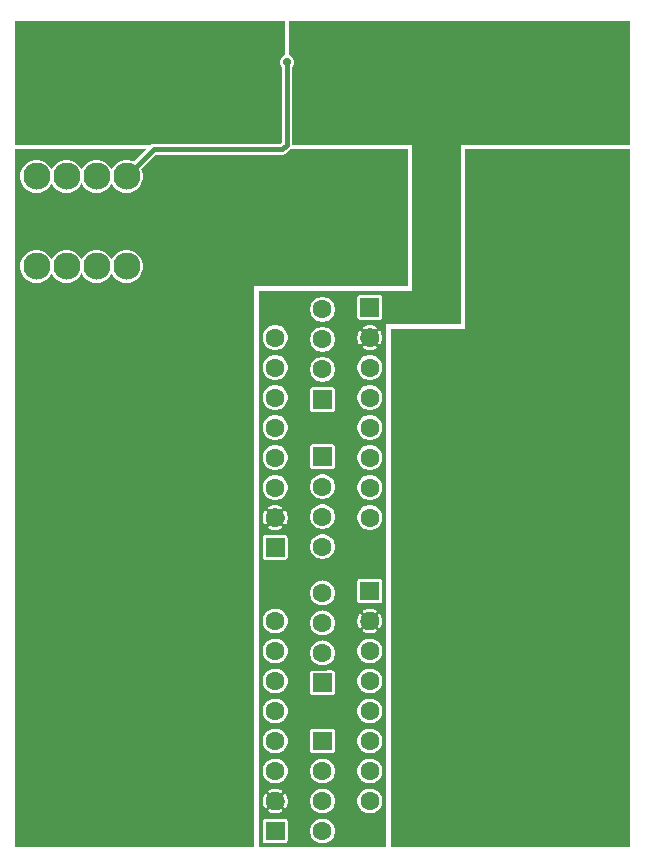
<source format=gbr>
G04 start of page 3 for group 1 idx 1 *
G04 Title: (unknown), solder *
G04 Creator: pcb 1.99z *
G04 CreationDate: Tue 03 Dec 2013 13:10:45 GMT UTC *
G04 For: rbarlow *
G04 Format: Gerber/RS-274X *
G04 PCB-Dimensions (mm): 52.00 70.00 *
G04 PCB-Coordinate-Origin: lower left *
%MOMM*%
%FSLAX43Y43*%
%LNBOTTOM*%
%ADD40C,1.500*%
%ADD39C,1.450*%
%ADD38C,1.550*%
%ADD37C,1.000*%
%ADD36C,0.300*%
%ADD35C,0.700*%
%ADD34C,2.300*%
%ADD33C,1.600*%
%ADD32C,0.400*%
%ADD31C,0.002*%
G54D31*G36*
X30864Y47100D02*X31400D01*
Y0D01*
X30864D01*
Y3321D01*
X30938Y3442D01*
X31002Y3595D01*
X31040Y3755D01*
X31050Y3920D01*
X31040Y4085D01*
X31002Y4245D01*
X30938Y4398D01*
X30864Y4519D01*
Y5861D01*
X30938Y5982D01*
X31002Y6135D01*
X31040Y6295D01*
X31050Y6460D01*
X31040Y6625D01*
X31002Y6785D01*
X30938Y6938D01*
X30864Y7059D01*
Y8401D01*
X30938Y8522D01*
X31002Y8675D01*
X31040Y8835D01*
X31050Y9000D01*
X31040Y9165D01*
X31002Y9325D01*
X30938Y9478D01*
X30864Y9599D01*
Y10941D01*
X30938Y11062D01*
X31002Y11215D01*
X31040Y11375D01*
X31050Y11540D01*
X31040Y11705D01*
X31002Y11865D01*
X30938Y12018D01*
X30864Y12139D01*
Y13481D01*
X30938Y13602D01*
X31002Y13755D01*
X31040Y13915D01*
X31050Y14080D01*
X31040Y14245D01*
X31002Y14405D01*
X30938Y14558D01*
X30864Y14679D01*
Y16021D01*
X30938Y16142D01*
X31002Y16295D01*
X31040Y16455D01*
X31050Y16620D01*
X31040Y16785D01*
X31002Y16945D01*
X30938Y17098D01*
X30864Y17219D01*
Y18594D01*
X30874Y18600D01*
X30890Y18612D01*
X30903Y18626D01*
X30914Y18643D01*
X30959Y18730D01*
X30995Y18822D01*
X31022Y18916D01*
X31041Y19013D01*
X31050Y19111D01*
Y19209D01*
X31041Y19307D01*
X31022Y19404D01*
X30995Y19498D01*
X30959Y19590D01*
X30915Y19678D01*
X30904Y19694D01*
X30890Y19709D01*
X30875Y19721D01*
X30864Y19727D01*
Y20658D01*
X30877Y20662D01*
X30914Y20677D01*
X30947Y20697D01*
X30977Y20723D01*
X31003Y20753D01*
X31023Y20786D01*
X31038Y20823D01*
X31048Y20861D01*
X31050Y20900D01*
X31048Y22539D01*
X31038Y22577D01*
X31023Y22614D01*
X31003Y22647D01*
X30977Y22677D01*
X30947Y22703D01*
X30914Y22723D01*
X30877Y22738D01*
X30864Y22742D01*
Y27321D01*
X30938Y27442D01*
X31002Y27595D01*
X31040Y27755D01*
X31050Y27920D01*
X31040Y28085D01*
X31002Y28245D01*
X30938Y28398D01*
X30864Y28519D01*
Y29861D01*
X30938Y29982D01*
X31002Y30135D01*
X31040Y30295D01*
X31050Y30460D01*
X31040Y30625D01*
X31002Y30785D01*
X30938Y30938D01*
X30864Y31059D01*
Y32401D01*
X30938Y32522D01*
X31002Y32675D01*
X31040Y32835D01*
X31050Y33000D01*
X31040Y33165D01*
X31002Y33325D01*
X30938Y33478D01*
X30864Y33599D01*
Y34941D01*
X30938Y35062D01*
X31002Y35215D01*
X31040Y35375D01*
X31050Y35540D01*
X31040Y35705D01*
X31002Y35865D01*
X30938Y36018D01*
X30864Y36139D01*
Y37481D01*
X30938Y37602D01*
X31002Y37755D01*
X31040Y37915D01*
X31050Y38080D01*
X31040Y38245D01*
X31002Y38405D01*
X30938Y38558D01*
X30864Y38679D01*
Y40021D01*
X30938Y40142D01*
X31002Y40295D01*
X31040Y40455D01*
X31050Y40620D01*
X31040Y40785D01*
X31002Y40945D01*
X30938Y41098D01*
X30864Y41219D01*
Y42594D01*
X30874Y42600D01*
X30890Y42612D01*
X30903Y42626D01*
X30914Y42643D01*
X30959Y42730D01*
X30995Y42822D01*
X31022Y42916D01*
X31041Y43013D01*
X31050Y43111D01*
Y43209D01*
X31041Y43307D01*
X31022Y43404D01*
X30995Y43498D01*
X30959Y43590D01*
X30915Y43678D01*
X30904Y43694D01*
X30890Y43709D01*
X30875Y43721D01*
X30864Y43727D01*
Y44658D01*
X30877Y44662D01*
X30914Y44677D01*
X30947Y44697D01*
X30977Y44723D01*
X31003Y44753D01*
X31023Y44786D01*
X31038Y44823D01*
X31048Y44861D01*
X31050Y44900D01*
X31048Y46539D01*
X31038Y46577D01*
X31023Y46614D01*
X31003Y46647D01*
X30977Y46677D01*
X30947Y46703D01*
X30914Y46723D01*
X30877Y46738D01*
X30864Y46742D01*
Y47100D01*
G37*
G36*
Y41219D02*X30852Y41239D01*
X30745Y41365D01*
X30619Y41472D01*
X30478Y41558D01*
X30325Y41622D01*
X30165Y41660D01*
X30000Y41673D01*
Y42110D01*
X30049D01*
X30147Y42119D01*
X30244Y42138D01*
X30338Y42165D01*
X30430Y42201D01*
X30518Y42245D01*
X30534Y42256D01*
X30549Y42270D01*
X30561Y42285D01*
X30571Y42303D01*
X30577Y42321D01*
X30581Y42341D01*
X30582Y42361D01*
X30579Y42380D01*
X30574Y42399D01*
X30566Y42417D01*
X30554Y42434D01*
X30541Y42448D01*
X30525Y42460D01*
X30508Y42470D01*
X30489Y42477D01*
X30470Y42480D01*
X30450Y42481D01*
X30430Y42479D01*
X30411Y42473D01*
X30394Y42465D01*
X30327Y42430D01*
X30258Y42403D01*
X30186Y42382D01*
X30112Y42368D01*
X30037Y42361D01*
X30000D01*
Y43959D01*
X30037D01*
X30112Y43952D01*
X30186Y43938D01*
X30258Y43917D01*
X30327Y43890D01*
X30394Y43856D01*
X30412Y43848D01*
X30431Y43842D01*
X30450Y43840D01*
X30470Y43840D01*
X30489Y43844D01*
X30508Y43851D01*
X30525Y43860D01*
X30540Y43872D01*
X30554Y43887D01*
X30565Y43903D01*
X30573Y43921D01*
X30579Y43940D01*
X30581Y43959D01*
X30580Y43979D01*
X30577Y43998D01*
X30570Y44017D01*
X30560Y44034D01*
X30548Y44050D01*
X30534Y44063D01*
X30517Y44074D01*
X30430Y44119D01*
X30338Y44155D01*
X30244Y44182D01*
X30147Y44201D01*
X30049Y44210D01*
X30000D01*
Y44651D01*
X30839Y44652D01*
X30864Y44658D01*
Y43727D01*
X30857Y43731D01*
X30839Y43737D01*
X30819Y43741D01*
X30799Y43742D01*
X30780Y43739D01*
X30761Y43734D01*
X30743Y43726D01*
X30726Y43714D01*
X30712Y43701D01*
X30700Y43685D01*
X30690Y43668D01*
X30683Y43649D01*
X30680Y43630D01*
X30679Y43610D01*
X30681Y43590D01*
X30687Y43571D01*
X30695Y43554D01*
X30730Y43487D01*
X30757Y43418D01*
X30778Y43346D01*
X30792Y43272D01*
X30799Y43197D01*
Y43123D01*
X30792Y43048D01*
X30778Y42974D01*
X30757Y42902D01*
X30730Y42833D01*
X30696Y42766D01*
X30688Y42748D01*
X30682Y42729D01*
X30680Y42710D01*
X30680Y42690D01*
X30684Y42671D01*
X30691Y42652D01*
X30700Y42635D01*
X30712Y42620D01*
X30727Y42606D01*
X30743Y42595D01*
X30761Y42587D01*
X30780Y42581D01*
X30799Y42579D01*
X30819Y42580D01*
X30838Y42583D01*
X30857Y42590D01*
X30864Y42594D01*
Y41219D01*
G37*
G36*
Y38679D02*X30852Y38699D01*
X30745Y38825D01*
X30619Y38932D01*
X30478Y39018D01*
X30325Y39082D01*
X30165Y39120D01*
X30000Y39133D01*
Y39567D01*
X30165Y39580D01*
X30325Y39618D01*
X30478Y39682D01*
X30619Y39768D01*
X30745Y39875D01*
X30852Y40001D01*
X30864Y40021D01*
Y38679D01*
G37*
G36*
Y36139D02*X30852Y36159D01*
X30745Y36285D01*
X30619Y36392D01*
X30478Y36478D01*
X30325Y36542D01*
X30165Y36580D01*
X30000Y36593D01*
Y37027D01*
X30165Y37040D01*
X30325Y37078D01*
X30478Y37142D01*
X30619Y37228D01*
X30745Y37335D01*
X30852Y37461D01*
X30864Y37481D01*
Y36139D01*
G37*
G36*
Y33599D02*X30852Y33619D01*
X30745Y33745D01*
X30619Y33852D01*
X30478Y33938D01*
X30325Y34002D01*
X30165Y34040D01*
X30000Y34053D01*
Y34487D01*
X30165Y34500D01*
X30325Y34538D01*
X30478Y34602D01*
X30619Y34688D01*
X30745Y34795D01*
X30852Y34921D01*
X30864Y34941D01*
Y33599D01*
G37*
G36*
Y31059D02*X30852Y31079D01*
X30745Y31205D01*
X30619Y31312D01*
X30478Y31398D01*
X30325Y31462D01*
X30165Y31500D01*
X30000Y31513D01*
Y31947D01*
X30165Y31960D01*
X30325Y31998D01*
X30478Y32062D01*
X30619Y32148D01*
X30745Y32255D01*
X30852Y32381D01*
X30864Y32401D01*
Y31059D01*
G37*
G36*
Y28519D02*X30852Y28539D01*
X30745Y28665D01*
X30619Y28772D01*
X30478Y28858D01*
X30325Y28922D01*
X30165Y28960D01*
X30000Y28973D01*
Y29407D01*
X30165Y29420D01*
X30325Y29458D01*
X30478Y29522D01*
X30619Y29608D01*
X30745Y29715D01*
X30852Y29841D01*
X30864Y29861D01*
Y28519D01*
G37*
G36*
Y22742D02*X30839Y22748D01*
X30800Y22750D01*
X30000Y22749D01*
Y26867D01*
X30165Y26880D01*
X30325Y26918D01*
X30478Y26982D01*
X30619Y27068D01*
X30745Y27175D01*
X30852Y27301D01*
X30864Y27321D01*
Y22742D01*
G37*
G36*
Y17219D02*X30852Y17239D01*
X30745Y17365D01*
X30619Y17472D01*
X30478Y17558D01*
X30325Y17622D01*
X30165Y17660D01*
X30000Y17673D01*
Y18110D01*
X30049D01*
X30147Y18119D01*
X30244Y18138D01*
X30338Y18165D01*
X30430Y18201D01*
X30518Y18245D01*
X30534Y18256D01*
X30549Y18270D01*
X30561Y18285D01*
X30571Y18303D01*
X30577Y18321D01*
X30581Y18341D01*
X30582Y18361D01*
X30579Y18380D01*
X30574Y18399D01*
X30566Y18417D01*
X30554Y18434D01*
X30541Y18448D01*
X30525Y18460D01*
X30508Y18470D01*
X30489Y18477D01*
X30470Y18480D01*
X30450Y18481D01*
X30430Y18479D01*
X30411Y18473D01*
X30394Y18465D01*
X30327Y18430D01*
X30258Y18403D01*
X30186Y18382D01*
X30112Y18368D01*
X30037Y18361D01*
X30000D01*
Y19959D01*
X30037D01*
X30112Y19952D01*
X30186Y19938D01*
X30258Y19917D01*
X30327Y19890D01*
X30394Y19856D01*
X30412Y19848D01*
X30431Y19842D01*
X30450Y19840D01*
X30470Y19840D01*
X30489Y19844D01*
X30508Y19851D01*
X30525Y19860D01*
X30540Y19872D01*
X30554Y19887D01*
X30565Y19903D01*
X30573Y19921D01*
X30579Y19940D01*
X30581Y19959D01*
X30580Y19979D01*
X30577Y19998D01*
X30570Y20017D01*
X30560Y20034D01*
X30548Y20050D01*
X30534Y20063D01*
X30517Y20074D01*
X30430Y20119D01*
X30338Y20155D01*
X30244Y20182D01*
X30147Y20201D01*
X30049Y20210D01*
X30000D01*
Y20651D01*
X30839Y20652D01*
X30864Y20658D01*
Y19727D01*
X30857Y19731D01*
X30839Y19737D01*
X30819Y19741D01*
X30799Y19742D01*
X30780Y19739D01*
X30761Y19734D01*
X30743Y19726D01*
X30726Y19714D01*
X30712Y19701D01*
X30700Y19685D01*
X30690Y19668D01*
X30683Y19649D01*
X30680Y19630D01*
X30679Y19610D01*
X30681Y19590D01*
X30687Y19571D01*
X30695Y19554D01*
X30730Y19487D01*
X30757Y19418D01*
X30778Y19346D01*
X30792Y19272D01*
X30799Y19197D01*
Y19123D01*
X30792Y19048D01*
X30778Y18974D01*
X30757Y18902D01*
X30730Y18833D01*
X30696Y18766D01*
X30688Y18748D01*
X30682Y18729D01*
X30680Y18710D01*
X30680Y18690D01*
X30684Y18671D01*
X30691Y18652D01*
X30700Y18635D01*
X30712Y18620D01*
X30727Y18606D01*
X30743Y18595D01*
X30761Y18587D01*
X30780Y18581D01*
X30799Y18579D01*
X30819Y18580D01*
X30838Y18583D01*
X30857Y18590D01*
X30864Y18594D01*
Y17219D01*
G37*
G36*
Y14679D02*X30852Y14699D01*
X30745Y14825D01*
X30619Y14932D01*
X30478Y15018D01*
X30325Y15082D01*
X30165Y15120D01*
X30000Y15133D01*
Y15567D01*
X30165Y15580D01*
X30325Y15618D01*
X30478Y15682D01*
X30619Y15768D01*
X30745Y15875D01*
X30852Y16001D01*
X30864Y16021D01*
Y14679D01*
G37*
G36*
Y12139D02*X30852Y12159D01*
X30745Y12285D01*
X30619Y12392D01*
X30478Y12478D01*
X30325Y12542D01*
X30165Y12580D01*
X30000Y12593D01*
Y13027D01*
X30165Y13040D01*
X30325Y13078D01*
X30478Y13142D01*
X30619Y13228D01*
X30745Y13335D01*
X30852Y13461D01*
X30864Y13481D01*
Y12139D01*
G37*
G36*
Y9599D02*X30852Y9619D01*
X30745Y9745D01*
X30619Y9852D01*
X30478Y9938D01*
X30325Y10002D01*
X30165Y10040D01*
X30000Y10053D01*
Y10487D01*
X30165Y10500D01*
X30325Y10538D01*
X30478Y10602D01*
X30619Y10688D01*
X30745Y10795D01*
X30852Y10921D01*
X30864Y10941D01*
Y9599D01*
G37*
G36*
Y7059D02*X30852Y7079D01*
X30745Y7205D01*
X30619Y7312D01*
X30478Y7398D01*
X30325Y7462D01*
X30165Y7500D01*
X30000Y7513D01*
Y7947D01*
X30165Y7960D01*
X30325Y7998D01*
X30478Y8062D01*
X30619Y8148D01*
X30745Y8255D01*
X30852Y8381D01*
X30864Y8401D01*
Y7059D01*
G37*
G36*
Y4519D02*X30852Y4539D01*
X30745Y4665D01*
X30619Y4772D01*
X30478Y4858D01*
X30325Y4922D01*
X30165Y4960D01*
X30000Y4973D01*
Y5407D01*
X30165Y5420D01*
X30325Y5458D01*
X30478Y5522D01*
X30619Y5608D01*
X30745Y5715D01*
X30852Y5841D01*
X30864Y5861D01*
Y4519D01*
G37*
G36*
Y0D02*X30000D01*
Y2867D01*
X30165Y2880D01*
X30325Y2918D01*
X30478Y2982D01*
X30619Y3068D01*
X30745Y3175D01*
X30852Y3301D01*
X30864Y3321D01*
Y0D01*
G37*
G36*
X30000Y47100D02*X30864D01*
Y46742D01*
X30839Y46748D01*
X30800Y46750D01*
X30000Y46749D01*
Y47100D01*
G37*
G36*
X29136Y3321D02*X29148Y3301D01*
X29255Y3175D01*
X29381Y3068D01*
X29522Y2982D01*
X29675Y2918D01*
X29835Y2880D01*
X30000Y2867D01*
Y0D01*
X29136D01*
Y3321D01*
G37*
G36*
Y5861D02*X29148Y5841D01*
X29255Y5715D01*
X29381Y5608D01*
X29522Y5522D01*
X29675Y5458D01*
X29835Y5420D01*
X30000Y5407D01*
Y4973D01*
X29835Y4960D01*
X29675Y4922D01*
X29522Y4858D01*
X29381Y4772D01*
X29255Y4665D01*
X29148Y4539D01*
X29136Y4519D01*
Y5861D01*
G37*
G36*
Y8401D02*X29148Y8381D01*
X29255Y8255D01*
X29381Y8148D01*
X29522Y8062D01*
X29675Y7998D01*
X29835Y7960D01*
X30000Y7947D01*
Y7513D01*
X29835Y7500D01*
X29675Y7462D01*
X29522Y7398D01*
X29381Y7312D01*
X29255Y7205D01*
X29148Y7079D01*
X29136Y7059D01*
Y8401D01*
G37*
G36*
Y10941D02*X29148Y10921D01*
X29255Y10795D01*
X29381Y10688D01*
X29522Y10602D01*
X29675Y10538D01*
X29835Y10500D01*
X30000Y10487D01*
Y10053D01*
X29835Y10040D01*
X29675Y10002D01*
X29522Y9938D01*
X29381Y9852D01*
X29255Y9745D01*
X29148Y9619D01*
X29136Y9599D01*
Y10941D01*
G37*
G36*
Y13481D02*X29148Y13461D01*
X29255Y13335D01*
X29381Y13228D01*
X29522Y13142D01*
X29675Y13078D01*
X29835Y13040D01*
X30000Y13027D01*
Y12593D01*
X29835Y12580D01*
X29675Y12542D01*
X29522Y12478D01*
X29381Y12392D01*
X29255Y12285D01*
X29148Y12159D01*
X29136Y12139D01*
Y13481D01*
G37*
G36*
Y16021D02*X29148Y16001D01*
X29255Y15875D01*
X29381Y15768D01*
X29522Y15682D01*
X29675Y15618D01*
X29835Y15580D01*
X30000Y15567D01*
Y15133D01*
X29835Y15120D01*
X29675Y15082D01*
X29522Y15018D01*
X29381Y14932D01*
X29255Y14825D01*
X29148Y14699D01*
X29136Y14679D01*
Y16021D01*
G37*
G36*
Y20658D02*X29161Y20652D01*
X29200Y20650D01*
X30000Y20651D01*
Y20210D01*
X29951D01*
X29853Y20201D01*
X29756Y20182D01*
X29662Y20155D01*
X29570Y20119D01*
X29482Y20075D01*
X29466Y20064D01*
X29451Y20050D01*
X29439Y20035D01*
X29429Y20017D01*
X29423Y19999D01*
X29419Y19979D01*
X29418Y19959D01*
X29421Y19940D01*
X29426Y19921D01*
X29434Y19903D01*
X29446Y19886D01*
X29459Y19872D01*
X29475Y19860D01*
X29492Y19850D01*
X29511Y19843D01*
X29530Y19840D01*
X29550Y19839D01*
X29570Y19841D01*
X29589Y19847D01*
X29606Y19855D01*
X29673Y19890D01*
X29742Y19917D01*
X29814Y19938D01*
X29888Y19952D01*
X29963Y19959D01*
X30000D01*
Y18361D01*
X29963D01*
X29888Y18368D01*
X29814Y18382D01*
X29742Y18403D01*
X29673Y18430D01*
X29606Y18464D01*
X29588Y18472D01*
X29569Y18478D01*
X29550Y18480D01*
X29530Y18480D01*
X29511Y18476D01*
X29492Y18469D01*
X29475Y18460D01*
X29460Y18448D01*
X29446Y18433D01*
X29435Y18417D01*
X29427Y18399D01*
X29421Y18380D01*
X29419Y18361D01*
X29420Y18341D01*
X29423Y18322D01*
X29430Y18303D01*
X29440Y18286D01*
X29452Y18270D01*
X29466Y18257D01*
X29483Y18246D01*
X29570Y18201D01*
X29662Y18165D01*
X29756Y18138D01*
X29853Y18119D01*
X29951Y18110D01*
X30000D01*
Y17673D01*
X29835Y17660D01*
X29675Y17622D01*
X29522Y17558D01*
X29381Y17472D01*
X29255Y17365D01*
X29148Y17239D01*
X29136Y17219D01*
Y18593D01*
X29143Y18589D01*
X29161Y18583D01*
X29181Y18579D01*
X29201Y18578D01*
X29220Y18581D01*
X29239Y18586D01*
X29257Y18594D01*
X29274Y18606D01*
X29288Y18619D01*
X29300Y18635D01*
X29310Y18652D01*
X29317Y18671D01*
X29320Y18690D01*
X29321Y18710D01*
X29319Y18730D01*
X29313Y18749D01*
X29305Y18766D01*
X29270Y18833D01*
X29243Y18902D01*
X29222Y18974D01*
X29208Y19048D01*
X29201Y19123D01*
Y19197D01*
X29208Y19272D01*
X29222Y19346D01*
X29243Y19418D01*
X29270Y19487D01*
X29304Y19554D01*
X29312Y19572D01*
X29318Y19591D01*
X29320Y19610D01*
X29320Y19630D01*
X29316Y19649D01*
X29309Y19668D01*
X29300Y19685D01*
X29288Y19700D01*
X29273Y19714D01*
X29257Y19725D01*
X29239Y19733D01*
X29220Y19739D01*
X29201Y19741D01*
X29181Y19740D01*
X29162Y19737D01*
X29143Y19730D01*
X29136Y19726D01*
Y20658D01*
G37*
G36*
Y27321D02*X29148Y27301D01*
X29255Y27175D01*
X29381Y27068D01*
X29522Y26982D01*
X29675Y26918D01*
X29835Y26880D01*
X30000Y26867D01*
Y22749D01*
X29161Y22748D01*
X29136Y22742D01*
Y27321D01*
G37*
G36*
Y29861D02*X29148Y29841D01*
X29255Y29715D01*
X29381Y29608D01*
X29522Y29522D01*
X29675Y29458D01*
X29835Y29420D01*
X30000Y29407D01*
Y28973D01*
X29835Y28960D01*
X29675Y28922D01*
X29522Y28858D01*
X29381Y28772D01*
X29255Y28665D01*
X29148Y28539D01*
X29136Y28519D01*
Y29861D01*
G37*
G36*
Y32401D02*X29148Y32381D01*
X29255Y32255D01*
X29381Y32148D01*
X29522Y32062D01*
X29675Y31998D01*
X29835Y31960D01*
X30000Y31947D01*
Y31513D01*
X29835Y31500D01*
X29675Y31462D01*
X29522Y31398D01*
X29381Y31312D01*
X29255Y31205D01*
X29148Y31079D01*
X29136Y31059D01*
Y32401D01*
G37*
G36*
Y34941D02*X29148Y34921D01*
X29255Y34795D01*
X29381Y34688D01*
X29522Y34602D01*
X29675Y34538D01*
X29835Y34500D01*
X30000Y34487D01*
Y34053D01*
X29835Y34040D01*
X29675Y34002D01*
X29522Y33938D01*
X29381Y33852D01*
X29255Y33745D01*
X29148Y33619D01*
X29136Y33599D01*
Y34941D01*
G37*
G36*
Y37481D02*X29148Y37461D01*
X29255Y37335D01*
X29381Y37228D01*
X29522Y37142D01*
X29675Y37078D01*
X29835Y37040D01*
X30000Y37027D01*
Y36593D01*
X29835Y36580D01*
X29675Y36542D01*
X29522Y36478D01*
X29381Y36392D01*
X29255Y36285D01*
X29148Y36159D01*
X29136Y36139D01*
Y37481D01*
G37*
G36*
Y40021D02*X29148Y40001D01*
X29255Y39875D01*
X29381Y39768D01*
X29522Y39682D01*
X29675Y39618D01*
X29835Y39580D01*
X30000Y39567D01*
Y39133D01*
X29835Y39120D01*
X29675Y39082D01*
X29522Y39018D01*
X29381Y38932D01*
X29255Y38825D01*
X29148Y38699D01*
X29136Y38679D01*
Y40021D01*
G37*
G36*
Y44658D02*X29161Y44652D01*
X29200Y44650D01*
X30000Y44651D01*
Y44210D01*
X29951D01*
X29853Y44201D01*
X29756Y44182D01*
X29662Y44155D01*
X29570Y44119D01*
X29482Y44075D01*
X29466Y44064D01*
X29451Y44050D01*
X29439Y44035D01*
X29429Y44017D01*
X29423Y43999D01*
X29419Y43979D01*
X29418Y43959D01*
X29421Y43940D01*
X29426Y43921D01*
X29434Y43903D01*
X29446Y43886D01*
X29459Y43872D01*
X29475Y43860D01*
X29492Y43850D01*
X29511Y43843D01*
X29530Y43840D01*
X29550Y43839D01*
X29570Y43841D01*
X29589Y43847D01*
X29606Y43855D01*
X29673Y43890D01*
X29742Y43917D01*
X29814Y43938D01*
X29888Y43952D01*
X29963Y43959D01*
X30000D01*
Y42361D01*
X29963D01*
X29888Y42368D01*
X29814Y42382D01*
X29742Y42403D01*
X29673Y42430D01*
X29606Y42464D01*
X29588Y42472D01*
X29569Y42478D01*
X29550Y42480D01*
X29530Y42480D01*
X29511Y42476D01*
X29492Y42469D01*
X29475Y42460D01*
X29460Y42448D01*
X29446Y42433D01*
X29435Y42417D01*
X29427Y42399D01*
X29421Y42380D01*
X29419Y42361D01*
X29420Y42341D01*
X29423Y42322D01*
X29430Y42303D01*
X29440Y42286D01*
X29452Y42270D01*
X29466Y42257D01*
X29483Y42246D01*
X29570Y42201D01*
X29662Y42165D01*
X29756Y42138D01*
X29853Y42119D01*
X29951Y42110D01*
X30000D01*
Y41673D01*
X29835Y41660D01*
X29675Y41622D01*
X29522Y41558D01*
X29381Y41472D01*
X29255Y41365D01*
X29148Y41239D01*
X29136Y41219D01*
Y42593D01*
X29143Y42589D01*
X29161Y42583D01*
X29181Y42579D01*
X29201Y42578D01*
X29220Y42581D01*
X29239Y42586D01*
X29257Y42594D01*
X29274Y42606D01*
X29288Y42619D01*
X29300Y42635D01*
X29310Y42652D01*
X29317Y42671D01*
X29320Y42690D01*
X29321Y42710D01*
X29319Y42730D01*
X29313Y42749D01*
X29305Y42766D01*
X29270Y42833D01*
X29243Y42902D01*
X29222Y42974D01*
X29208Y43048D01*
X29201Y43123D01*
Y43197D01*
X29208Y43272D01*
X29222Y43346D01*
X29243Y43418D01*
X29270Y43487D01*
X29304Y43554D01*
X29312Y43572D01*
X29318Y43591D01*
X29320Y43610D01*
X29320Y43630D01*
X29316Y43649D01*
X29309Y43668D01*
X29300Y43685D01*
X29288Y43700D01*
X29273Y43714D01*
X29257Y43725D01*
X29239Y43733D01*
X29220Y43739D01*
X29201Y43741D01*
X29181Y43740D01*
X29162Y43737D01*
X29143Y43730D01*
X29136Y43726D01*
Y44658D01*
G37*
G36*
Y47100D02*X30000D01*
Y46749D01*
X29161Y46748D01*
X29136Y46742D01*
Y47100D01*
G37*
G36*
X26000D02*X29136D01*
Y46742D01*
X29123Y46738D01*
X29086Y46723D01*
X29053Y46703D01*
X29023Y46677D01*
X28997Y46647D01*
X28977Y46614D01*
X28962Y46577D01*
X28952Y46539D01*
X28950Y46500D01*
X28952Y44861D01*
X28962Y44823D01*
X28977Y44786D01*
X28997Y44753D01*
X29023Y44723D01*
X29053Y44697D01*
X29086Y44677D01*
X29123Y44662D01*
X29136Y44658D01*
Y43726D01*
X29126Y43720D01*
X29110Y43708D01*
X29097Y43694D01*
X29086Y43677D01*
X29041Y43590D01*
X29005Y43498D01*
X28978Y43404D01*
X28959Y43307D01*
X28950Y43209D01*
Y43111D01*
X28959Y43013D01*
X28978Y42916D01*
X29005Y42822D01*
X29041Y42730D01*
X29085Y42642D01*
X29096Y42626D01*
X29110Y42611D01*
X29125Y42599D01*
X29136Y42593D01*
Y41219D01*
X29062Y41098D01*
X28998Y40945D01*
X28960Y40785D01*
X28947Y40620D01*
X28960Y40455D01*
X28998Y40295D01*
X29062Y40142D01*
X29136Y40021D01*
Y38679D01*
X29062Y38558D01*
X28998Y38405D01*
X28960Y38245D01*
X28947Y38080D01*
X28960Y37915D01*
X28998Y37755D01*
X29062Y37602D01*
X29136Y37481D01*
Y36139D01*
X29062Y36018D01*
X28998Y35865D01*
X28960Y35705D01*
X28947Y35540D01*
X28960Y35375D01*
X28998Y35215D01*
X29062Y35062D01*
X29136Y34941D01*
Y33599D01*
X29062Y33478D01*
X28998Y33325D01*
X28960Y33165D01*
X28947Y33000D01*
X28960Y32835D01*
X28998Y32675D01*
X29062Y32522D01*
X29136Y32401D01*
Y31059D01*
X29062Y30938D01*
X28998Y30785D01*
X28960Y30625D01*
X28947Y30460D01*
X28960Y30295D01*
X28998Y30135D01*
X29062Y29982D01*
X29136Y29861D01*
Y28519D01*
X29062Y28398D01*
X28998Y28245D01*
X28960Y28085D01*
X28947Y27920D01*
X28960Y27755D01*
X28998Y27595D01*
X29062Y27442D01*
X29136Y27321D01*
Y22742D01*
X29123Y22738D01*
X29086Y22723D01*
X29053Y22703D01*
X29023Y22677D01*
X28997Y22647D01*
X28977Y22614D01*
X28962Y22577D01*
X28952Y22539D01*
X28950Y22500D01*
X28952Y20861D01*
X28962Y20823D01*
X28977Y20786D01*
X28997Y20753D01*
X29023Y20723D01*
X29053Y20697D01*
X29086Y20677D01*
X29123Y20662D01*
X29136Y20658D01*
Y19726D01*
X29126Y19720D01*
X29110Y19708D01*
X29097Y19694D01*
X29086Y19677D01*
X29041Y19590D01*
X29005Y19498D01*
X28978Y19404D01*
X28959Y19307D01*
X28950Y19209D01*
Y19111D01*
X28959Y19013D01*
X28978Y18916D01*
X29005Y18822D01*
X29041Y18730D01*
X29085Y18642D01*
X29096Y18626D01*
X29110Y18611D01*
X29125Y18599D01*
X29136Y18593D01*
Y17219D01*
X29062Y17098D01*
X28998Y16945D01*
X28960Y16785D01*
X28947Y16620D01*
X28960Y16455D01*
X28998Y16295D01*
X29062Y16142D01*
X29136Y16021D01*
Y14679D01*
X29062Y14558D01*
X28998Y14405D01*
X28960Y14245D01*
X28947Y14080D01*
X28960Y13915D01*
X28998Y13755D01*
X29062Y13602D01*
X29136Y13481D01*
Y12139D01*
X29062Y12018D01*
X28998Y11865D01*
X28960Y11705D01*
X28947Y11540D01*
X28960Y11375D01*
X28998Y11215D01*
X29062Y11062D01*
X29136Y10941D01*
Y9599D01*
X29062Y9478D01*
X28998Y9325D01*
X28960Y9165D01*
X28947Y9000D01*
X28960Y8835D01*
X28998Y8675D01*
X29062Y8522D01*
X29136Y8401D01*
Y7059D01*
X29062Y6938D01*
X28998Y6785D01*
X28960Y6625D01*
X28947Y6460D01*
X28960Y6295D01*
X28998Y6135D01*
X29062Y5982D01*
X29136Y5861D01*
Y4519D01*
X29062Y4398D01*
X28998Y4245D01*
X28960Y4085D01*
X28947Y3920D01*
X28960Y3755D01*
X28998Y3595D01*
X29062Y3442D01*
X29136Y3321D01*
Y0D01*
X26000D01*
Y327D01*
X26165Y340D01*
X26325Y378D01*
X26478Y442D01*
X26619Y528D01*
X26745Y635D01*
X26852Y761D01*
X26938Y902D01*
X27002Y1055D01*
X27040Y1215D01*
X27050Y1380D01*
X27040Y1545D01*
X27002Y1705D01*
X26938Y1858D01*
X26852Y1999D01*
X26745Y2125D01*
X26619Y2232D01*
X26478Y2318D01*
X26325Y2382D01*
X26165Y2420D01*
X26000Y2433D01*
Y2867D01*
X26165Y2880D01*
X26325Y2918D01*
X26478Y2982D01*
X26619Y3068D01*
X26745Y3175D01*
X26852Y3301D01*
X26938Y3442D01*
X27002Y3595D01*
X27040Y3755D01*
X27050Y3920D01*
X27040Y4085D01*
X27002Y4245D01*
X26938Y4398D01*
X26852Y4539D01*
X26745Y4665D01*
X26619Y4772D01*
X26478Y4858D01*
X26325Y4922D01*
X26165Y4960D01*
X26000Y4973D01*
Y5407D01*
X26165Y5420D01*
X26325Y5458D01*
X26478Y5522D01*
X26619Y5608D01*
X26745Y5715D01*
X26852Y5841D01*
X26938Y5982D01*
X27002Y6135D01*
X27040Y6295D01*
X27050Y6460D01*
X27040Y6625D01*
X27002Y6785D01*
X26938Y6938D01*
X26852Y7079D01*
X26745Y7205D01*
X26619Y7312D01*
X26478Y7398D01*
X26325Y7462D01*
X26165Y7500D01*
X26000Y7513D01*
Y7951D01*
X26839Y7952D01*
X26877Y7962D01*
X26914Y7977D01*
X26947Y7997D01*
X26977Y8023D01*
X27003Y8053D01*
X27023Y8086D01*
X27038Y8123D01*
X27048Y8161D01*
X27050Y8200D01*
X27048Y9839D01*
X27038Y9877D01*
X27023Y9914D01*
X27003Y9947D01*
X26977Y9977D01*
X26947Y10003D01*
X26914Y10023D01*
X26877Y10038D01*
X26839Y10048D01*
X26800Y10050D01*
X26000Y10049D01*
Y12871D01*
X26839Y12872D01*
X26877Y12882D01*
X26914Y12897D01*
X26947Y12917D01*
X26977Y12943D01*
X27003Y12973D01*
X27023Y13006D01*
X27038Y13043D01*
X27048Y13081D01*
X27050Y13120D01*
X27048Y14759D01*
X27038Y14797D01*
X27023Y14834D01*
X27003Y14867D01*
X26977Y14897D01*
X26947Y14923D01*
X26914Y14943D01*
X26877Y14958D01*
X26839Y14968D01*
X26800Y14970D01*
X26000Y14969D01*
Y15407D01*
X26165Y15420D01*
X26325Y15458D01*
X26478Y15522D01*
X26619Y15608D01*
X26745Y15715D01*
X26852Y15841D01*
X26938Y15982D01*
X27002Y16135D01*
X27040Y16295D01*
X27050Y16460D01*
X27040Y16625D01*
X27002Y16785D01*
X26938Y16938D01*
X26852Y17079D01*
X26745Y17205D01*
X26619Y17312D01*
X26478Y17398D01*
X26325Y17462D01*
X26165Y17500D01*
X26000Y17513D01*
Y17947D01*
X26165Y17960D01*
X26325Y17998D01*
X26478Y18062D01*
X26619Y18148D01*
X26745Y18255D01*
X26852Y18381D01*
X26938Y18522D01*
X27002Y18675D01*
X27040Y18835D01*
X27050Y19000D01*
X27040Y19165D01*
X27002Y19325D01*
X26938Y19478D01*
X26852Y19619D01*
X26745Y19745D01*
X26619Y19852D01*
X26478Y19938D01*
X26325Y20002D01*
X26165Y20040D01*
X26000Y20053D01*
Y20487D01*
X26165Y20500D01*
X26325Y20538D01*
X26478Y20602D01*
X26619Y20688D01*
X26745Y20795D01*
X26852Y20921D01*
X26938Y21062D01*
X27002Y21215D01*
X27040Y21375D01*
X27050Y21540D01*
X27040Y21705D01*
X27002Y21865D01*
X26938Y22018D01*
X26852Y22159D01*
X26745Y22285D01*
X26619Y22392D01*
X26478Y22478D01*
X26325Y22542D01*
X26165Y22580D01*
X26000Y22593D01*
Y24407D01*
X26165Y24420D01*
X26325Y24458D01*
X26478Y24522D01*
X26619Y24608D01*
X26745Y24715D01*
X26852Y24841D01*
X26938Y24982D01*
X27002Y25135D01*
X27040Y25295D01*
X27050Y25460D01*
X27040Y25625D01*
X27002Y25785D01*
X26938Y25938D01*
X26852Y26079D01*
X26745Y26205D01*
X26619Y26312D01*
X26478Y26398D01*
X26325Y26462D01*
X26165Y26500D01*
X26000Y26513D01*
Y26947D01*
X26165Y26960D01*
X26325Y26998D01*
X26478Y27062D01*
X26619Y27148D01*
X26745Y27255D01*
X26852Y27381D01*
X26938Y27522D01*
X27002Y27675D01*
X27040Y27835D01*
X27050Y28000D01*
X27040Y28165D01*
X27002Y28325D01*
X26938Y28478D01*
X26852Y28619D01*
X26745Y28745D01*
X26619Y28852D01*
X26478Y28938D01*
X26325Y29002D01*
X26165Y29040D01*
X26000Y29053D01*
Y29487D01*
X26165Y29500D01*
X26325Y29538D01*
X26478Y29602D01*
X26619Y29688D01*
X26745Y29795D01*
X26852Y29921D01*
X26938Y30062D01*
X27002Y30215D01*
X27040Y30375D01*
X27050Y30540D01*
X27040Y30705D01*
X27002Y30865D01*
X26938Y31018D01*
X26852Y31159D01*
X26745Y31285D01*
X26619Y31392D01*
X26478Y31478D01*
X26325Y31542D01*
X26165Y31580D01*
X26000Y31593D01*
Y32031D01*
X26839Y32032D01*
X26877Y32042D01*
X26914Y32057D01*
X26947Y32077D01*
X26977Y32103D01*
X27003Y32133D01*
X27023Y32166D01*
X27038Y32203D01*
X27048Y32241D01*
X27050Y32280D01*
X27048Y33919D01*
X27038Y33957D01*
X27023Y33994D01*
X27003Y34027D01*
X26977Y34057D01*
X26947Y34083D01*
X26914Y34103D01*
X26877Y34118D01*
X26839Y34128D01*
X26800Y34130D01*
X26000Y34129D01*
Y36871D01*
X26839Y36872D01*
X26877Y36882D01*
X26914Y36897D01*
X26947Y36917D01*
X26977Y36943D01*
X27003Y36973D01*
X27023Y37006D01*
X27038Y37043D01*
X27048Y37081D01*
X27050Y37120D01*
X27048Y38759D01*
X27038Y38797D01*
X27023Y38834D01*
X27003Y38867D01*
X26977Y38897D01*
X26947Y38923D01*
X26914Y38943D01*
X26877Y38958D01*
X26839Y38968D01*
X26800Y38970D01*
X26000Y38969D01*
Y39407D01*
X26165Y39420D01*
X26325Y39458D01*
X26478Y39522D01*
X26619Y39608D01*
X26745Y39715D01*
X26852Y39841D01*
X26938Y39982D01*
X27002Y40135D01*
X27040Y40295D01*
X27050Y40460D01*
X27040Y40625D01*
X27002Y40785D01*
X26938Y40938D01*
X26852Y41079D01*
X26745Y41205D01*
X26619Y41312D01*
X26478Y41398D01*
X26325Y41462D01*
X26165Y41500D01*
X26000Y41513D01*
Y41947D01*
X26165Y41960D01*
X26325Y41998D01*
X26478Y42062D01*
X26619Y42148D01*
X26745Y42255D01*
X26852Y42381D01*
X26938Y42522D01*
X27002Y42675D01*
X27040Y42835D01*
X27050Y43000D01*
X27040Y43165D01*
X27002Y43325D01*
X26938Y43478D01*
X26852Y43619D01*
X26745Y43745D01*
X26619Y43852D01*
X26478Y43938D01*
X26325Y44002D01*
X26165Y44040D01*
X26000Y44053D01*
Y44487D01*
X26165Y44500D01*
X26325Y44538D01*
X26478Y44602D01*
X26619Y44688D01*
X26745Y44795D01*
X26852Y44921D01*
X26938Y45062D01*
X27002Y45215D01*
X27040Y45375D01*
X27050Y45540D01*
X27040Y45705D01*
X27002Y45865D01*
X26938Y46018D01*
X26852Y46159D01*
X26745Y46285D01*
X26619Y46392D01*
X26478Y46478D01*
X26325Y46542D01*
X26165Y46580D01*
X26000Y46593D01*
Y47100D01*
G37*
G36*
X22864D02*X26000D01*
Y46593D01*
X25835Y46580D01*
X25675Y46542D01*
X25522Y46478D01*
X25381Y46392D01*
X25255Y46285D01*
X25148Y46159D01*
X25062Y46018D01*
X24998Y45865D01*
X24960Y45705D01*
X24947Y45540D01*
X24960Y45375D01*
X24998Y45215D01*
X25062Y45062D01*
X25148Y44921D01*
X25255Y44795D01*
X25381Y44688D01*
X25522Y44602D01*
X25675Y44538D01*
X25835Y44500D01*
X26000Y44487D01*
Y44053D01*
X25835Y44040D01*
X25675Y44002D01*
X25522Y43938D01*
X25381Y43852D01*
X25255Y43745D01*
X25148Y43619D01*
X25062Y43478D01*
X24998Y43325D01*
X24960Y43165D01*
X24947Y43000D01*
X24960Y42835D01*
X24998Y42675D01*
X25062Y42522D01*
X25148Y42381D01*
X25255Y42255D01*
X25381Y42148D01*
X25522Y42062D01*
X25675Y41998D01*
X25835Y41960D01*
X26000Y41947D01*
Y41513D01*
X25835Y41500D01*
X25675Y41462D01*
X25522Y41398D01*
X25381Y41312D01*
X25255Y41205D01*
X25148Y41079D01*
X25062Y40938D01*
X24998Y40785D01*
X24960Y40625D01*
X24947Y40460D01*
X24960Y40295D01*
X24998Y40135D01*
X25062Y39982D01*
X25148Y39841D01*
X25255Y39715D01*
X25381Y39608D01*
X25522Y39522D01*
X25675Y39458D01*
X25835Y39420D01*
X26000Y39407D01*
Y38969D01*
X25161Y38968D01*
X25123Y38958D01*
X25086Y38943D01*
X25053Y38923D01*
X25023Y38897D01*
X24997Y38867D01*
X24977Y38834D01*
X24962Y38797D01*
X24952Y38759D01*
X24950Y38720D01*
X24952Y37081D01*
X24962Y37043D01*
X24977Y37006D01*
X24997Y36973D01*
X25023Y36943D01*
X25053Y36917D01*
X25086Y36897D01*
X25123Y36882D01*
X25161Y36872D01*
X25200Y36870D01*
X26000Y36871D01*
Y34129D01*
X25161Y34128D01*
X25123Y34118D01*
X25086Y34103D01*
X25053Y34083D01*
X25023Y34057D01*
X24997Y34027D01*
X24977Y33994D01*
X24962Y33957D01*
X24952Y33919D01*
X24950Y33880D01*
X24952Y32241D01*
X24962Y32203D01*
X24977Y32166D01*
X24997Y32133D01*
X25023Y32103D01*
X25053Y32077D01*
X25086Y32057D01*
X25123Y32042D01*
X25161Y32032D01*
X25200Y32030D01*
X26000Y32031D01*
Y31593D01*
X25835Y31580D01*
X25675Y31542D01*
X25522Y31478D01*
X25381Y31392D01*
X25255Y31285D01*
X25148Y31159D01*
X25062Y31018D01*
X24998Y30865D01*
X24960Y30705D01*
X24947Y30540D01*
X24960Y30375D01*
X24998Y30215D01*
X25062Y30062D01*
X25148Y29921D01*
X25255Y29795D01*
X25381Y29688D01*
X25522Y29602D01*
X25675Y29538D01*
X25835Y29500D01*
X26000Y29487D01*
Y29053D01*
X25835Y29040D01*
X25675Y29002D01*
X25522Y28938D01*
X25381Y28852D01*
X25255Y28745D01*
X25148Y28619D01*
X25062Y28478D01*
X24998Y28325D01*
X24960Y28165D01*
X24947Y28000D01*
X24960Y27835D01*
X24998Y27675D01*
X25062Y27522D01*
X25148Y27381D01*
X25255Y27255D01*
X25381Y27148D01*
X25522Y27062D01*
X25675Y26998D01*
X25835Y26960D01*
X26000Y26947D01*
Y26513D01*
X25835Y26500D01*
X25675Y26462D01*
X25522Y26398D01*
X25381Y26312D01*
X25255Y26205D01*
X25148Y26079D01*
X25062Y25938D01*
X24998Y25785D01*
X24960Y25625D01*
X24947Y25460D01*
X24960Y25295D01*
X24998Y25135D01*
X25062Y24982D01*
X25148Y24841D01*
X25255Y24715D01*
X25381Y24608D01*
X25522Y24522D01*
X25675Y24458D01*
X25835Y24420D01*
X26000Y24407D01*
Y22593D01*
X25835Y22580D01*
X25675Y22542D01*
X25522Y22478D01*
X25381Y22392D01*
X25255Y22285D01*
X25148Y22159D01*
X25062Y22018D01*
X24998Y21865D01*
X24960Y21705D01*
X24947Y21540D01*
X24960Y21375D01*
X24998Y21215D01*
X25062Y21062D01*
X25148Y20921D01*
X25255Y20795D01*
X25381Y20688D01*
X25522Y20602D01*
X25675Y20538D01*
X25835Y20500D01*
X26000Y20487D01*
Y20053D01*
X25835Y20040D01*
X25675Y20002D01*
X25522Y19938D01*
X25381Y19852D01*
X25255Y19745D01*
X25148Y19619D01*
X25062Y19478D01*
X24998Y19325D01*
X24960Y19165D01*
X24947Y19000D01*
X24960Y18835D01*
X24998Y18675D01*
X25062Y18522D01*
X25148Y18381D01*
X25255Y18255D01*
X25381Y18148D01*
X25522Y18062D01*
X25675Y17998D01*
X25835Y17960D01*
X26000Y17947D01*
Y17513D01*
X25835Y17500D01*
X25675Y17462D01*
X25522Y17398D01*
X25381Y17312D01*
X25255Y17205D01*
X25148Y17079D01*
X25062Y16938D01*
X24998Y16785D01*
X24960Y16625D01*
X24947Y16460D01*
X24960Y16295D01*
X24998Y16135D01*
X25062Y15982D01*
X25148Y15841D01*
X25255Y15715D01*
X25381Y15608D01*
X25522Y15522D01*
X25675Y15458D01*
X25835Y15420D01*
X26000Y15407D01*
Y14969D01*
X25161Y14968D01*
X25123Y14958D01*
X25086Y14943D01*
X25053Y14923D01*
X25023Y14897D01*
X24997Y14867D01*
X24977Y14834D01*
X24962Y14797D01*
X24952Y14759D01*
X24950Y14720D01*
X24952Y13081D01*
X24962Y13043D01*
X24977Y13006D01*
X24997Y12973D01*
X25023Y12943D01*
X25053Y12917D01*
X25086Y12897D01*
X25123Y12882D01*
X25161Y12872D01*
X25200Y12870D01*
X26000Y12871D01*
Y10049D01*
X25161Y10048D01*
X25123Y10038D01*
X25086Y10023D01*
X25053Y10003D01*
X25023Y9977D01*
X24997Y9947D01*
X24977Y9914D01*
X24962Y9877D01*
X24952Y9839D01*
X24950Y9800D01*
X24952Y8161D01*
X24962Y8123D01*
X24977Y8086D01*
X24997Y8053D01*
X25023Y8023D01*
X25053Y7997D01*
X25086Y7977D01*
X25123Y7962D01*
X25161Y7952D01*
X25200Y7950D01*
X26000Y7951D01*
Y7513D01*
X25835Y7500D01*
X25675Y7462D01*
X25522Y7398D01*
X25381Y7312D01*
X25255Y7205D01*
X25148Y7079D01*
X25062Y6938D01*
X24998Y6785D01*
X24960Y6625D01*
X24947Y6460D01*
X24960Y6295D01*
X24998Y6135D01*
X25062Y5982D01*
X25148Y5841D01*
X25255Y5715D01*
X25381Y5608D01*
X25522Y5522D01*
X25675Y5458D01*
X25835Y5420D01*
X26000Y5407D01*
Y4973D01*
X25835Y4960D01*
X25675Y4922D01*
X25522Y4858D01*
X25381Y4772D01*
X25255Y4665D01*
X25148Y4539D01*
X25062Y4398D01*
X24998Y4245D01*
X24960Y4085D01*
X24947Y3920D01*
X24960Y3755D01*
X24998Y3595D01*
X25062Y3442D01*
X25148Y3301D01*
X25255Y3175D01*
X25381Y3068D01*
X25522Y2982D01*
X25675Y2918D01*
X25835Y2880D01*
X26000Y2867D01*
Y2433D01*
X25835Y2420D01*
X25675Y2382D01*
X25522Y2318D01*
X25381Y2232D01*
X25255Y2125D01*
X25148Y1999D01*
X25062Y1858D01*
X24998Y1705D01*
X24960Y1545D01*
X24947Y1380D01*
X24960Y1215D01*
X24998Y1055D01*
X25062Y902D01*
X25148Y761D01*
X25255Y635D01*
X25381Y528D01*
X25522Y442D01*
X25675Y378D01*
X25835Y340D01*
X26000Y327D01*
Y0D01*
X22864D01*
Y338D01*
X22877Y342D01*
X22914Y357D01*
X22947Y377D01*
X22977Y403D01*
X23003Y433D01*
X23023Y466D01*
X23038Y503D01*
X23048Y541D01*
X23050Y580D01*
X23048Y2219D01*
X23038Y2257D01*
X23023Y2294D01*
X23003Y2327D01*
X22977Y2357D01*
X22947Y2383D01*
X22914Y2403D01*
X22877Y2418D01*
X22864Y2422D01*
Y3354D01*
X22874Y3360D01*
X22890Y3372D01*
X22903Y3386D01*
X22914Y3403D01*
X22959Y3490D01*
X22995Y3582D01*
X23022Y3676D01*
X23041Y3773D01*
X23050Y3871D01*
Y3969D01*
X23041Y4067D01*
X23022Y4164D01*
X22995Y4258D01*
X22959Y4350D01*
X22915Y4438D01*
X22904Y4454D01*
X22890Y4469D01*
X22875Y4481D01*
X22864Y4487D01*
Y5861D01*
X22938Y5982D01*
X23002Y6135D01*
X23040Y6295D01*
X23050Y6460D01*
X23040Y6625D01*
X23002Y6785D01*
X22938Y6938D01*
X22864Y7059D01*
Y8401D01*
X22938Y8522D01*
X23002Y8675D01*
X23040Y8835D01*
X23050Y9000D01*
X23040Y9165D01*
X23002Y9325D01*
X22938Y9478D01*
X22864Y9599D01*
Y10941D01*
X22938Y11062D01*
X23002Y11215D01*
X23040Y11375D01*
X23050Y11540D01*
X23040Y11705D01*
X23002Y11865D01*
X22938Y12018D01*
X22864Y12139D01*
Y13481D01*
X22938Y13602D01*
X23002Y13755D01*
X23040Y13915D01*
X23050Y14080D01*
X23040Y14245D01*
X23002Y14405D01*
X22938Y14558D01*
X22864Y14679D01*
Y16021D01*
X22938Y16142D01*
X23002Y16295D01*
X23040Y16455D01*
X23050Y16620D01*
X23040Y16785D01*
X23002Y16945D01*
X22938Y17098D01*
X22864Y17219D01*
Y18561D01*
X22938Y18682D01*
X23002Y18835D01*
X23040Y18995D01*
X23050Y19160D01*
X23040Y19325D01*
X23002Y19485D01*
X22938Y19638D01*
X22864Y19759D01*
Y24338D01*
X22877Y24342D01*
X22914Y24357D01*
X22947Y24377D01*
X22977Y24403D01*
X23003Y24433D01*
X23023Y24466D01*
X23038Y24503D01*
X23048Y24541D01*
X23050Y24580D01*
X23048Y26219D01*
X23038Y26257D01*
X23023Y26294D01*
X23003Y26327D01*
X22977Y26357D01*
X22947Y26383D01*
X22914Y26403D01*
X22877Y26418D01*
X22864Y26422D01*
Y27354D01*
X22874Y27360D01*
X22890Y27372D01*
X22903Y27386D01*
X22914Y27403D01*
X22959Y27490D01*
X22995Y27582D01*
X23022Y27676D01*
X23041Y27773D01*
X23050Y27871D01*
Y27969D01*
X23041Y28067D01*
X23022Y28164D01*
X22995Y28258D01*
X22959Y28350D01*
X22915Y28438D01*
X22904Y28454D01*
X22890Y28469D01*
X22875Y28481D01*
X22864Y28487D01*
Y29861D01*
X22938Y29982D01*
X23002Y30135D01*
X23040Y30295D01*
X23050Y30460D01*
X23040Y30625D01*
X23002Y30785D01*
X22938Y30938D01*
X22864Y31059D01*
Y32401D01*
X22938Y32522D01*
X23002Y32675D01*
X23040Y32835D01*
X23050Y33000D01*
X23040Y33165D01*
X23002Y33325D01*
X22938Y33478D01*
X22864Y33599D01*
Y34941D01*
X22938Y35062D01*
X23002Y35215D01*
X23040Y35375D01*
X23050Y35540D01*
X23040Y35705D01*
X23002Y35865D01*
X22938Y36018D01*
X22864Y36139D01*
Y37481D01*
X22938Y37602D01*
X23002Y37755D01*
X23040Y37915D01*
X23050Y38080D01*
X23040Y38245D01*
X23002Y38405D01*
X22938Y38558D01*
X22864Y38679D01*
Y40021D01*
X22938Y40142D01*
X23002Y40295D01*
X23040Y40455D01*
X23050Y40620D01*
X23040Y40785D01*
X23002Y40945D01*
X22938Y41098D01*
X22864Y41219D01*
Y42561D01*
X22938Y42682D01*
X23002Y42835D01*
X23040Y42995D01*
X23050Y43160D01*
X23040Y43325D01*
X23002Y43485D01*
X22938Y43638D01*
X22864Y43759D01*
Y47100D01*
G37*
G36*
Y41219D02*X22852Y41239D01*
X22745Y41365D01*
X22619Y41472D01*
X22478Y41558D01*
X22325Y41622D01*
X22165Y41660D01*
X22000Y41673D01*
Y42107D01*
X22165Y42120D01*
X22325Y42158D01*
X22478Y42222D01*
X22619Y42308D01*
X22745Y42415D01*
X22852Y42541D01*
X22864Y42561D01*
Y41219D01*
G37*
G36*
Y38679D02*X22852Y38699D01*
X22745Y38825D01*
X22619Y38932D01*
X22478Y39018D01*
X22325Y39082D01*
X22165Y39120D01*
X22000Y39133D01*
Y39567D01*
X22165Y39580D01*
X22325Y39618D01*
X22478Y39682D01*
X22619Y39768D01*
X22745Y39875D01*
X22852Y40001D01*
X22864Y40021D01*
Y38679D01*
G37*
G36*
Y36139D02*X22852Y36159D01*
X22745Y36285D01*
X22619Y36392D01*
X22478Y36478D01*
X22325Y36542D01*
X22165Y36580D01*
X22000Y36593D01*
Y37027D01*
X22165Y37040D01*
X22325Y37078D01*
X22478Y37142D01*
X22619Y37228D01*
X22745Y37335D01*
X22852Y37461D01*
X22864Y37481D01*
Y36139D01*
G37*
G36*
Y33599D02*X22852Y33619D01*
X22745Y33745D01*
X22619Y33852D01*
X22478Y33938D01*
X22325Y34002D01*
X22165Y34040D01*
X22000Y34053D01*
Y34487D01*
X22165Y34500D01*
X22325Y34538D01*
X22478Y34602D01*
X22619Y34688D01*
X22745Y34795D01*
X22852Y34921D01*
X22864Y34941D01*
Y33599D01*
G37*
G36*
Y31059D02*X22852Y31079D01*
X22745Y31205D01*
X22619Y31312D01*
X22478Y31398D01*
X22325Y31462D01*
X22165Y31500D01*
X22000Y31513D01*
Y31947D01*
X22165Y31960D01*
X22325Y31998D01*
X22478Y32062D01*
X22619Y32148D01*
X22745Y32255D01*
X22852Y32381D01*
X22864Y32401D01*
Y31059D01*
G37*
G36*
Y26422D02*X22839Y26428D01*
X22800Y26430D01*
X22000Y26429D01*
Y26870D01*
X22049D01*
X22147Y26879D01*
X22244Y26898D01*
X22338Y26925D01*
X22430Y26961D01*
X22518Y27005D01*
X22534Y27016D01*
X22549Y27030D01*
X22561Y27045D01*
X22571Y27063D01*
X22577Y27081D01*
X22581Y27101D01*
X22582Y27121D01*
X22579Y27140D01*
X22574Y27159D01*
X22566Y27177D01*
X22554Y27194D01*
X22541Y27208D01*
X22525Y27220D01*
X22508Y27230D01*
X22489Y27237D01*
X22470Y27240D01*
X22450Y27241D01*
X22430Y27239D01*
X22411Y27233D01*
X22394Y27225D01*
X22327Y27190D01*
X22258Y27163D01*
X22186Y27142D01*
X22112Y27128D01*
X22037Y27121D01*
X22000D01*
Y28719D01*
X22037D01*
X22112Y28712D01*
X22186Y28698D01*
X22258Y28677D01*
X22327Y28650D01*
X22394Y28616D01*
X22412Y28608D01*
X22431Y28602D01*
X22450Y28600D01*
X22470Y28600D01*
X22489Y28604D01*
X22508Y28611D01*
X22525Y28620D01*
X22540Y28632D01*
X22554Y28647D01*
X22565Y28663D01*
X22573Y28681D01*
X22579Y28700D01*
X22581Y28719D01*
X22580Y28739D01*
X22577Y28758D01*
X22570Y28777D01*
X22560Y28794D01*
X22548Y28810D01*
X22534Y28823D01*
X22517Y28834D01*
X22430Y28879D01*
X22338Y28915D01*
X22244Y28942D01*
X22147Y28961D01*
X22049Y28970D01*
X22000D01*
Y29407D01*
X22165Y29420D01*
X22325Y29458D01*
X22478Y29522D01*
X22619Y29608D01*
X22745Y29715D01*
X22852Y29841D01*
X22864Y29861D01*
Y28487D01*
X22857Y28491D01*
X22839Y28497D01*
X22819Y28501D01*
X22799Y28502D01*
X22780Y28499D01*
X22761Y28494D01*
X22743Y28486D01*
X22726Y28474D01*
X22712Y28461D01*
X22700Y28445D01*
X22690Y28428D01*
X22683Y28409D01*
X22680Y28390D01*
X22679Y28370D01*
X22681Y28350D01*
X22687Y28331D01*
X22695Y28314D01*
X22730Y28247D01*
X22757Y28178D01*
X22778Y28106D01*
X22792Y28032D01*
X22799Y27957D01*
Y27883D01*
X22792Y27808D01*
X22778Y27734D01*
X22757Y27662D01*
X22730Y27593D01*
X22696Y27526D01*
X22688Y27508D01*
X22682Y27489D01*
X22680Y27470D01*
X22680Y27450D01*
X22684Y27431D01*
X22691Y27412D01*
X22700Y27395D01*
X22712Y27380D01*
X22727Y27366D01*
X22743Y27355D01*
X22761Y27347D01*
X22780Y27341D01*
X22799Y27339D01*
X22819Y27340D01*
X22838Y27343D01*
X22857Y27350D01*
X22864Y27354D01*
Y26422D01*
G37*
G36*
Y19759D02*X22852Y19779D01*
X22745Y19905D01*
X22619Y20012D01*
X22478Y20098D01*
X22325Y20162D01*
X22165Y20200D01*
X22000Y20213D01*
Y24331D01*
X22839Y24332D01*
X22864Y24338D01*
Y19759D01*
G37*
G36*
Y17219D02*X22852Y17239D01*
X22745Y17365D01*
X22619Y17472D01*
X22478Y17558D01*
X22325Y17622D01*
X22165Y17660D01*
X22000Y17673D01*
Y18107D01*
X22165Y18120D01*
X22325Y18158D01*
X22478Y18222D01*
X22619Y18308D01*
X22745Y18415D01*
X22852Y18541D01*
X22864Y18561D01*
Y17219D01*
G37*
G36*
Y14679D02*X22852Y14699D01*
X22745Y14825D01*
X22619Y14932D01*
X22478Y15018D01*
X22325Y15082D01*
X22165Y15120D01*
X22000Y15133D01*
Y15567D01*
X22165Y15580D01*
X22325Y15618D01*
X22478Y15682D01*
X22619Y15768D01*
X22745Y15875D01*
X22852Y16001D01*
X22864Y16021D01*
Y14679D01*
G37*
G36*
Y12139D02*X22852Y12159D01*
X22745Y12285D01*
X22619Y12392D01*
X22478Y12478D01*
X22325Y12542D01*
X22165Y12580D01*
X22000Y12593D01*
Y13027D01*
X22165Y13040D01*
X22325Y13078D01*
X22478Y13142D01*
X22619Y13228D01*
X22745Y13335D01*
X22852Y13461D01*
X22864Y13481D01*
Y12139D01*
G37*
G36*
Y9599D02*X22852Y9619D01*
X22745Y9745D01*
X22619Y9852D01*
X22478Y9938D01*
X22325Y10002D01*
X22165Y10040D01*
X22000Y10053D01*
Y10487D01*
X22165Y10500D01*
X22325Y10538D01*
X22478Y10602D01*
X22619Y10688D01*
X22745Y10795D01*
X22852Y10921D01*
X22864Y10941D01*
Y9599D01*
G37*
G36*
Y7059D02*X22852Y7079D01*
X22745Y7205D01*
X22619Y7312D01*
X22478Y7398D01*
X22325Y7462D01*
X22165Y7500D01*
X22000Y7513D01*
Y7947D01*
X22165Y7960D01*
X22325Y7998D01*
X22478Y8062D01*
X22619Y8148D01*
X22745Y8255D01*
X22852Y8381D01*
X22864Y8401D01*
Y7059D01*
G37*
G36*
Y2422D02*X22839Y2428D01*
X22800Y2430D01*
X22000Y2429D01*
Y2870D01*
X22049D01*
X22147Y2879D01*
X22244Y2898D01*
X22338Y2925D01*
X22430Y2961D01*
X22518Y3005D01*
X22534Y3016D01*
X22549Y3030D01*
X22561Y3045D01*
X22571Y3063D01*
X22577Y3081D01*
X22581Y3101D01*
X22582Y3121D01*
X22579Y3140D01*
X22574Y3159D01*
X22566Y3177D01*
X22554Y3194D01*
X22541Y3208D01*
X22525Y3220D01*
X22508Y3230D01*
X22489Y3237D01*
X22470Y3240D01*
X22450Y3241D01*
X22430Y3239D01*
X22411Y3233D01*
X22394Y3225D01*
X22327Y3190D01*
X22258Y3163D01*
X22186Y3142D01*
X22112Y3128D01*
X22037Y3121D01*
X22000D01*
Y4719D01*
X22037D01*
X22112Y4712D01*
X22186Y4698D01*
X22258Y4677D01*
X22327Y4650D01*
X22394Y4616D01*
X22412Y4608D01*
X22431Y4602D01*
X22450Y4600D01*
X22470Y4600D01*
X22489Y4604D01*
X22508Y4611D01*
X22525Y4620D01*
X22540Y4632D01*
X22554Y4647D01*
X22565Y4663D01*
X22573Y4681D01*
X22579Y4700D01*
X22581Y4719D01*
X22580Y4739D01*
X22577Y4758D01*
X22570Y4777D01*
X22560Y4794D01*
X22548Y4810D01*
X22534Y4823D01*
X22517Y4834D01*
X22430Y4879D01*
X22338Y4915D01*
X22244Y4942D01*
X22147Y4961D01*
X22049Y4970D01*
X22000D01*
Y5407D01*
X22165Y5420D01*
X22325Y5458D01*
X22478Y5522D01*
X22619Y5608D01*
X22745Y5715D01*
X22852Y5841D01*
X22864Y5861D01*
Y4487D01*
X22857Y4491D01*
X22839Y4497D01*
X22819Y4501D01*
X22799Y4502D01*
X22780Y4499D01*
X22761Y4494D01*
X22743Y4486D01*
X22726Y4474D01*
X22712Y4461D01*
X22700Y4445D01*
X22690Y4428D01*
X22683Y4409D01*
X22680Y4390D01*
X22679Y4370D01*
X22681Y4350D01*
X22687Y4331D01*
X22695Y4314D01*
X22730Y4247D01*
X22757Y4178D01*
X22778Y4106D01*
X22792Y4032D01*
X22799Y3957D01*
Y3883D01*
X22792Y3808D01*
X22778Y3734D01*
X22757Y3662D01*
X22730Y3593D01*
X22696Y3526D01*
X22688Y3508D01*
X22682Y3489D01*
X22680Y3470D01*
X22680Y3450D01*
X22684Y3431D01*
X22691Y3412D01*
X22700Y3395D01*
X22712Y3380D01*
X22727Y3366D01*
X22743Y3355D01*
X22761Y3347D01*
X22780Y3341D01*
X22799Y3339D01*
X22819Y3340D01*
X22838Y3343D01*
X22857Y3350D01*
X22864Y3354D01*
Y2422D01*
G37*
G36*
Y0D02*X22000D01*
Y331D01*
X22839Y332D01*
X22864Y338D01*
Y0D01*
G37*
G36*
X22000Y47100D02*X22864D01*
Y43759D01*
X22852Y43779D01*
X22745Y43905D01*
X22619Y44012D01*
X22478Y44098D01*
X22325Y44162D01*
X22165Y44200D01*
X22000Y44213D01*
Y47100D01*
G37*
G36*
X21136Y338D02*X21161Y332D01*
X21200Y330D01*
X22000Y331D01*
Y0D01*
X21136D01*
Y338D01*
G37*
G36*
Y5861D02*X21148Y5841D01*
X21255Y5715D01*
X21381Y5608D01*
X21522Y5522D01*
X21675Y5458D01*
X21835Y5420D01*
X22000Y5407D01*
Y4970D01*
X21951D01*
X21853Y4961D01*
X21756Y4942D01*
X21662Y4915D01*
X21570Y4879D01*
X21482Y4835D01*
X21466Y4824D01*
X21451Y4810D01*
X21439Y4795D01*
X21429Y4777D01*
X21423Y4759D01*
X21419Y4739D01*
X21418Y4719D01*
X21421Y4700D01*
X21426Y4681D01*
X21434Y4663D01*
X21446Y4646D01*
X21459Y4632D01*
X21475Y4620D01*
X21492Y4610D01*
X21511Y4603D01*
X21530Y4600D01*
X21550Y4599D01*
X21570Y4601D01*
X21589Y4607D01*
X21606Y4615D01*
X21673Y4650D01*
X21742Y4677D01*
X21814Y4698D01*
X21888Y4712D01*
X21963Y4719D01*
X22000D01*
Y3121D01*
X21963D01*
X21888Y3128D01*
X21814Y3142D01*
X21742Y3163D01*
X21673Y3190D01*
X21606Y3224D01*
X21588Y3232D01*
X21569Y3238D01*
X21550Y3240D01*
X21530Y3240D01*
X21511Y3236D01*
X21492Y3229D01*
X21475Y3220D01*
X21460Y3208D01*
X21446Y3193D01*
X21435Y3177D01*
X21427Y3159D01*
X21421Y3140D01*
X21419Y3121D01*
X21420Y3101D01*
X21423Y3082D01*
X21430Y3063D01*
X21440Y3046D01*
X21452Y3030D01*
X21466Y3017D01*
X21483Y3006D01*
X21570Y2961D01*
X21662Y2925D01*
X21756Y2898D01*
X21853Y2879D01*
X21951Y2870D01*
X22000D01*
Y2429D01*
X21161Y2428D01*
X21136Y2422D01*
Y3353D01*
X21143Y3349D01*
X21161Y3343D01*
X21181Y3339D01*
X21201Y3338D01*
X21220Y3341D01*
X21239Y3346D01*
X21257Y3354D01*
X21274Y3366D01*
X21288Y3379D01*
X21300Y3395D01*
X21310Y3412D01*
X21317Y3431D01*
X21320Y3450D01*
X21321Y3470D01*
X21319Y3490D01*
X21313Y3509D01*
X21305Y3526D01*
X21270Y3593D01*
X21243Y3662D01*
X21222Y3734D01*
X21208Y3808D01*
X21201Y3883D01*
Y3957D01*
X21208Y4032D01*
X21222Y4106D01*
X21243Y4178D01*
X21270Y4247D01*
X21304Y4314D01*
X21312Y4332D01*
X21318Y4351D01*
X21320Y4370D01*
X21320Y4390D01*
X21316Y4409D01*
X21309Y4428D01*
X21300Y4445D01*
X21288Y4460D01*
X21273Y4474D01*
X21257Y4485D01*
X21239Y4493D01*
X21220Y4499D01*
X21201Y4501D01*
X21181Y4500D01*
X21162Y4497D01*
X21143Y4490D01*
X21136Y4486D01*
Y5861D01*
G37*
G36*
Y8401D02*X21148Y8381D01*
X21255Y8255D01*
X21381Y8148D01*
X21522Y8062D01*
X21675Y7998D01*
X21835Y7960D01*
X22000Y7947D01*
Y7513D01*
X21835Y7500D01*
X21675Y7462D01*
X21522Y7398D01*
X21381Y7312D01*
X21255Y7205D01*
X21148Y7079D01*
X21136Y7059D01*
Y8401D01*
G37*
G36*
Y10941D02*X21148Y10921D01*
X21255Y10795D01*
X21381Y10688D01*
X21522Y10602D01*
X21675Y10538D01*
X21835Y10500D01*
X22000Y10487D01*
Y10053D01*
X21835Y10040D01*
X21675Y10002D01*
X21522Y9938D01*
X21381Y9852D01*
X21255Y9745D01*
X21148Y9619D01*
X21136Y9599D01*
Y10941D01*
G37*
G36*
Y13481D02*X21148Y13461D01*
X21255Y13335D01*
X21381Y13228D01*
X21522Y13142D01*
X21675Y13078D01*
X21835Y13040D01*
X22000Y13027D01*
Y12593D01*
X21835Y12580D01*
X21675Y12542D01*
X21522Y12478D01*
X21381Y12392D01*
X21255Y12285D01*
X21148Y12159D01*
X21136Y12139D01*
Y13481D01*
G37*
G36*
Y16021D02*X21148Y16001D01*
X21255Y15875D01*
X21381Y15768D01*
X21522Y15682D01*
X21675Y15618D01*
X21835Y15580D01*
X22000Y15567D01*
Y15133D01*
X21835Y15120D01*
X21675Y15082D01*
X21522Y15018D01*
X21381Y14932D01*
X21255Y14825D01*
X21148Y14699D01*
X21136Y14679D01*
Y16021D01*
G37*
G36*
Y18561D02*X21148Y18541D01*
X21255Y18415D01*
X21381Y18308D01*
X21522Y18222D01*
X21675Y18158D01*
X21835Y18120D01*
X22000Y18107D01*
Y17673D01*
X21835Y17660D01*
X21675Y17622D01*
X21522Y17558D01*
X21381Y17472D01*
X21255Y17365D01*
X21148Y17239D01*
X21136Y17219D01*
Y18561D01*
G37*
G36*
Y24338D02*X21161Y24332D01*
X21200Y24330D01*
X22000Y24331D01*
Y20213D01*
X21835Y20200D01*
X21675Y20162D01*
X21522Y20098D01*
X21381Y20012D01*
X21255Y19905D01*
X21148Y19779D01*
X21136Y19759D01*
Y24338D01*
G37*
G36*
Y29861D02*X21148Y29841D01*
X21255Y29715D01*
X21381Y29608D01*
X21522Y29522D01*
X21675Y29458D01*
X21835Y29420D01*
X22000Y29407D01*
Y28970D01*
X21951D01*
X21853Y28961D01*
X21756Y28942D01*
X21662Y28915D01*
X21570Y28879D01*
X21482Y28835D01*
X21466Y28824D01*
X21451Y28810D01*
X21439Y28795D01*
X21429Y28777D01*
X21423Y28759D01*
X21419Y28739D01*
X21418Y28719D01*
X21421Y28700D01*
X21426Y28681D01*
X21434Y28663D01*
X21446Y28646D01*
X21459Y28632D01*
X21475Y28620D01*
X21492Y28610D01*
X21511Y28603D01*
X21530Y28600D01*
X21550Y28599D01*
X21570Y28601D01*
X21589Y28607D01*
X21606Y28615D01*
X21673Y28650D01*
X21742Y28677D01*
X21814Y28698D01*
X21888Y28712D01*
X21963Y28719D01*
X22000D01*
Y27121D01*
X21963D01*
X21888Y27128D01*
X21814Y27142D01*
X21742Y27163D01*
X21673Y27190D01*
X21606Y27224D01*
X21588Y27232D01*
X21569Y27238D01*
X21550Y27240D01*
X21530Y27240D01*
X21511Y27236D01*
X21492Y27229D01*
X21475Y27220D01*
X21460Y27208D01*
X21446Y27193D01*
X21435Y27177D01*
X21427Y27159D01*
X21421Y27140D01*
X21419Y27121D01*
X21420Y27101D01*
X21423Y27082D01*
X21430Y27063D01*
X21440Y27046D01*
X21452Y27030D01*
X21466Y27017D01*
X21483Y27006D01*
X21570Y26961D01*
X21662Y26925D01*
X21756Y26898D01*
X21853Y26879D01*
X21951Y26870D01*
X22000D01*
Y26429D01*
X21161Y26428D01*
X21136Y26422D01*
Y27353D01*
X21143Y27349D01*
X21161Y27343D01*
X21181Y27339D01*
X21201Y27338D01*
X21220Y27341D01*
X21239Y27346D01*
X21257Y27354D01*
X21274Y27366D01*
X21288Y27379D01*
X21300Y27395D01*
X21310Y27412D01*
X21317Y27431D01*
X21320Y27450D01*
X21321Y27470D01*
X21319Y27490D01*
X21313Y27509D01*
X21305Y27526D01*
X21270Y27593D01*
X21243Y27662D01*
X21222Y27734D01*
X21208Y27808D01*
X21201Y27883D01*
Y27957D01*
X21208Y28032D01*
X21222Y28106D01*
X21243Y28178D01*
X21270Y28247D01*
X21304Y28314D01*
X21312Y28332D01*
X21318Y28351D01*
X21320Y28370D01*
X21320Y28390D01*
X21316Y28409D01*
X21309Y28428D01*
X21300Y28445D01*
X21288Y28460D01*
X21273Y28474D01*
X21257Y28485D01*
X21239Y28493D01*
X21220Y28499D01*
X21201Y28501D01*
X21181Y28500D01*
X21162Y28497D01*
X21143Y28490D01*
X21136Y28486D01*
Y29861D01*
G37*
G36*
Y32401D02*X21148Y32381D01*
X21255Y32255D01*
X21381Y32148D01*
X21522Y32062D01*
X21675Y31998D01*
X21835Y31960D01*
X22000Y31947D01*
Y31513D01*
X21835Y31500D01*
X21675Y31462D01*
X21522Y31398D01*
X21381Y31312D01*
X21255Y31205D01*
X21148Y31079D01*
X21136Y31059D01*
Y32401D01*
G37*
G36*
Y34941D02*X21148Y34921D01*
X21255Y34795D01*
X21381Y34688D01*
X21522Y34602D01*
X21675Y34538D01*
X21835Y34500D01*
X22000Y34487D01*
Y34053D01*
X21835Y34040D01*
X21675Y34002D01*
X21522Y33938D01*
X21381Y33852D01*
X21255Y33745D01*
X21148Y33619D01*
X21136Y33599D01*
Y34941D01*
G37*
G36*
Y37481D02*X21148Y37461D01*
X21255Y37335D01*
X21381Y37228D01*
X21522Y37142D01*
X21675Y37078D01*
X21835Y37040D01*
X22000Y37027D01*
Y36593D01*
X21835Y36580D01*
X21675Y36542D01*
X21522Y36478D01*
X21381Y36392D01*
X21255Y36285D01*
X21148Y36159D01*
X21136Y36139D01*
Y37481D01*
G37*
G36*
Y40021D02*X21148Y40001D01*
X21255Y39875D01*
X21381Y39768D01*
X21522Y39682D01*
X21675Y39618D01*
X21835Y39580D01*
X22000Y39567D01*
Y39133D01*
X21835Y39120D01*
X21675Y39082D01*
X21522Y39018D01*
X21381Y38932D01*
X21255Y38825D01*
X21148Y38699D01*
X21136Y38679D01*
Y40021D01*
G37*
G36*
Y42561D02*X21148Y42541D01*
X21255Y42415D01*
X21381Y42308D01*
X21522Y42222D01*
X21675Y42158D01*
X21835Y42120D01*
X22000Y42107D01*
Y41673D01*
X21835Y41660D01*
X21675Y41622D01*
X21522Y41558D01*
X21381Y41472D01*
X21255Y41365D01*
X21148Y41239D01*
X21136Y41219D01*
Y42561D01*
G37*
G36*
Y47100D02*X22000D01*
Y44213D01*
X21835Y44200D01*
X21675Y44162D01*
X21522Y44098D01*
X21381Y44012D01*
X21255Y43905D01*
X21148Y43779D01*
X21136Y43759D01*
Y47100D01*
G37*
G36*
X20600Y0D02*Y47100D01*
X21136D01*
Y43759D01*
X21062Y43638D01*
X20998Y43485D01*
X20960Y43325D01*
X20947Y43160D01*
X20960Y42995D01*
X20998Y42835D01*
X21062Y42682D01*
X21136Y42561D01*
Y41219D01*
X21062Y41098D01*
X20998Y40945D01*
X20960Y40785D01*
X20947Y40620D01*
X20960Y40455D01*
X20998Y40295D01*
X21062Y40142D01*
X21136Y40021D01*
Y38679D01*
X21062Y38558D01*
X20998Y38405D01*
X20960Y38245D01*
X20947Y38080D01*
X20960Y37915D01*
X20998Y37755D01*
X21062Y37602D01*
X21136Y37481D01*
Y36139D01*
X21062Y36018D01*
X20998Y35865D01*
X20960Y35705D01*
X20947Y35540D01*
X20960Y35375D01*
X20998Y35215D01*
X21062Y35062D01*
X21136Y34941D01*
Y33599D01*
X21062Y33478D01*
X20998Y33325D01*
X20960Y33165D01*
X20947Y33000D01*
X20960Y32835D01*
X20998Y32675D01*
X21062Y32522D01*
X21136Y32401D01*
Y31059D01*
X21062Y30938D01*
X20998Y30785D01*
X20960Y30625D01*
X20947Y30460D01*
X20960Y30295D01*
X20998Y30135D01*
X21062Y29982D01*
X21136Y29861D01*
Y28486D01*
X21126Y28480D01*
X21110Y28468D01*
X21097Y28454D01*
X21086Y28437D01*
X21041Y28350D01*
X21005Y28258D01*
X20978Y28164D01*
X20959Y28067D01*
X20950Y27969D01*
Y27871D01*
X20959Y27773D01*
X20978Y27676D01*
X21005Y27582D01*
X21041Y27490D01*
X21085Y27402D01*
X21096Y27386D01*
X21110Y27371D01*
X21125Y27359D01*
X21136Y27353D01*
Y26422D01*
X21123Y26418D01*
X21086Y26403D01*
X21053Y26383D01*
X21023Y26357D01*
X20997Y26327D01*
X20977Y26294D01*
X20962Y26257D01*
X20952Y26219D01*
X20950Y26180D01*
X20952Y24541D01*
X20962Y24503D01*
X20977Y24466D01*
X20997Y24433D01*
X21023Y24403D01*
X21053Y24377D01*
X21086Y24357D01*
X21123Y24342D01*
X21136Y24338D01*
Y19759D01*
X21062Y19638D01*
X20998Y19485D01*
X20960Y19325D01*
X20947Y19160D01*
X20960Y18995D01*
X20998Y18835D01*
X21062Y18682D01*
X21136Y18561D01*
Y17219D01*
X21062Y17098D01*
X20998Y16945D01*
X20960Y16785D01*
X20947Y16620D01*
X20960Y16455D01*
X20998Y16295D01*
X21062Y16142D01*
X21136Y16021D01*
Y14679D01*
X21062Y14558D01*
X20998Y14405D01*
X20960Y14245D01*
X20947Y14080D01*
X20960Y13915D01*
X20998Y13755D01*
X21062Y13602D01*
X21136Y13481D01*
Y12139D01*
X21062Y12018D01*
X20998Y11865D01*
X20960Y11705D01*
X20947Y11540D01*
X20960Y11375D01*
X20998Y11215D01*
X21062Y11062D01*
X21136Y10941D01*
Y9599D01*
X21062Y9478D01*
X20998Y9325D01*
X20960Y9165D01*
X20947Y9000D01*
X20960Y8835D01*
X20998Y8675D01*
X21062Y8522D01*
X21136Y8401D01*
Y7059D01*
X21062Y6938D01*
X20998Y6785D01*
X20960Y6625D01*
X20947Y6460D01*
X20960Y6295D01*
X20998Y6135D01*
X21062Y5982D01*
X21136Y5861D01*
Y4486D01*
X21126Y4480D01*
X21110Y4468D01*
X21097Y4454D01*
X21086Y4437D01*
X21041Y4350D01*
X21005Y4258D01*
X20978Y4164D01*
X20959Y4067D01*
X20950Y3969D01*
Y3871D01*
X20959Y3773D01*
X20978Y3676D01*
X21005Y3582D01*
X21041Y3490D01*
X21085Y3402D01*
X21096Y3386D01*
X21110Y3371D01*
X21125Y3359D01*
X21136Y3353D01*
Y2422D01*
X21123Y2418D01*
X21086Y2403D01*
X21053Y2383D01*
X21023Y2357D01*
X20997Y2327D01*
X20977Y2294D01*
X20962Y2257D01*
X20952Y2219D01*
X20950Y2180D01*
X20952Y541D01*
X20962Y503D01*
X20977Y466D01*
X20997Y433D01*
X21023Y403D01*
X21053Y377D01*
X21086Y357D01*
X21123Y342D01*
X21136Y338D01*
Y0D01*
X20600D01*
G37*
G36*
X31100Y47100D02*X35300D01*
Y44300D01*
X31100D01*
Y47100D01*
G37*
G36*
X38100Y59100D02*X52000D01*
Y0D01*
X31800D01*
Y43900D01*
X38100D01*
Y59100D01*
G37*
G36*
X5598D02*X11058D01*
X10028Y58070D01*
X9844Y58146D01*
X9630Y58197D01*
X9410Y58214D01*
X9190Y58197D01*
X8976Y58146D01*
X8772Y58061D01*
X8585Y57946D01*
X8417Y57803D01*
X8274Y57635D01*
X8159Y57448D01*
X8140Y57402D01*
X8121Y57448D01*
X8006Y57635D01*
X7863Y57803D01*
X7695Y57946D01*
X7508Y58061D01*
X7304Y58146D01*
X7090Y58197D01*
X6870Y58214D01*
X6650Y58197D01*
X6436Y58146D01*
X6232Y58061D01*
X6045Y57946D01*
X5877Y57803D01*
X5734Y57635D01*
X5619Y57448D01*
X5600Y57402D01*
X5598Y57408D01*
Y59100D01*
G37*
G36*
X33200D02*Y47500D01*
X20200D01*
Y0D01*
X5598D01*
Y48592D01*
X5600Y48598D01*
X5619Y48552D01*
X5734Y48365D01*
X5877Y48197D01*
X6045Y48054D01*
X6232Y47939D01*
X6436Y47854D01*
X6650Y47803D01*
X6870Y47786D01*
X7090Y47803D01*
X7304Y47854D01*
X7508Y47939D01*
X7695Y48054D01*
X7863Y48197D01*
X8006Y48365D01*
X8121Y48552D01*
X8140Y48598D01*
X8159Y48552D01*
X8274Y48365D01*
X8417Y48197D01*
X8585Y48054D01*
X8772Y47939D01*
X8976Y47854D01*
X9190Y47803D01*
X9410Y47786D01*
X9630Y47803D01*
X9844Y47854D01*
X10048Y47939D01*
X10235Y48054D01*
X10403Y48197D01*
X10546Y48365D01*
X10661Y48552D01*
X10746Y48756D01*
X10797Y48970D01*
X10810Y49190D01*
X10797Y49410D01*
X10746Y49624D01*
X10661Y49828D01*
X10546Y50015D01*
X10403Y50183D01*
X10235Y50326D01*
X10048Y50441D01*
X9844Y50526D01*
X9630Y50577D01*
X9410Y50594D01*
X9190Y50577D01*
X8976Y50526D01*
X8772Y50441D01*
X8585Y50326D01*
X8417Y50183D01*
X8274Y50015D01*
X8159Y49828D01*
X8140Y49782D01*
X8121Y49828D01*
X8006Y50015D01*
X7863Y50183D01*
X7695Y50326D01*
X7508Y50441D01*
X7304Y50526D01*
X7090Y50577D01*
X6870Y50594D01*
X6650Y50577D01*
X6436Y50526D01*
X6232Y50441D01*
X6045Y50326D01*
X5877Y50183D01*
X5734Y50015D01*
X5619Y49828D01*
X5600Y49782D01*
X5598Y49788D01*
Y56212D01*
X5600Y56218D01*
X5619Y56172D01*
X5734Y55985D01*
X5877Y55817D01*
X6045Y55674D01*
X6232Y55559D01*
X6436Y55474D01*
X6650Y55423D01*
X6870Y55406D01*
X7090Y55423D01*
X7304Y55474D01*
X7508Y55559D01*
X7695Y55674D01*
X7863Y55817D01*
X8006Y55985D01*
X8121Y56172D01*
X8140Y56218D01*
X8159Y56172D01*
X8274Y55985D01*
X8417Y55817D01*
X8585Y55674D01*
X8772Y55559D01*
X8976Y55474D01*
X9190Y55423D01*
X9410Y55406D01*
X9630Y55423D01*
X9844Y55474D01*
X10048Y55559D01*
X10235Y55674D01*
X10403Y55817D01*
X10546Y55985D01*
X10661Y56172D01*
X10746Y56376D01*
X10797Y56590D01*
X10810Y56810D01*
X10797Y57030D01*
X10746Y57244D01*
X10670Y57428D01*
X11888Y58646D01*
X22582D01*
X22600Y58645D01*
X22671Y58650D01*
X22671Y58650D01*
X22741Y58667D01*
X22807Y58694D01*
X22868Y58732D01*
X22922Y58778D01*
X22934Y58792D01*
X23242Y59100D01*
X33200D01*
G37*
G36*
X5598Y0D02*X0D01*
Y59100D01*
X5598D01*
Y57408D01*
X5581Y57448D01*
X5466Y57635D01*
X5323Y57803D01*
X5155Y57946D01*
X4968Y58061D01*
X4764Y58146D01*
X4550Y58197D01*
X4330Y58214D01*
X4110Y58197D01*
X3896Y58146D01*
X3692Y58061D01*
X3505Y57946D01*
X3337Y57803D01*
X3194Y57635D01*
X3079Y57448D01*
X3060Y57402D01*
X3041Y57448D01*
X2926Y57635D01*
X2783Y57803D01*
X2615Y57946D01*
X2428Y58061D01*
X2224Y58146D01*
X2010Y58197D01*
X1790Y58214D01*
X1570Y58197D01*
X1356Y58146D01*
X1152Y58061D01*
X965Y57946D01*
X797Y57803D01*
X654Y57635D01*
X539Y57448D01*
X454Y57244D01*
X403Y57030D01*
X386Y56810D01*
X403Y56590D01*
X454Y56376D01*
X539Y56172D01*
X654Y55985D01*
X797Y55817D01*
X965Y55674D01*
X1152Y55559D01*
X1356Y55474D01*
X1570Y55423D01*
X1790Y55406D01*
X2010Y55423D01*
X2224Y55474D01*
X2428Y55559D01*
X2615Y55674D01*
X2783Y55817D01*
X2926Y55985D01*
X3041Y56172D01*
X3060Y56218D01*
X3079Y56172D01*
X3194Y55985D01*
X3337Y55817D01*
X3505Y55674D01*
X3692Y55559D01*
X3896Y55474D01*
X4110Y55423D01*
X4330Y55406D01*
X4550Y55423D01*
X4764Y55474D01*
X4968Y55559D01*
X5155Y55674D01*
X5323Y55817D01*
X5466Y55985D01*
X5581Y56172D01*
X5598Y56212D01*
Y49788D01*
X5581Y49828D01*
X5466Y50015D01*
X5323Y50183D01*
X5155Y50326D01*
X4968Y50441D01*
X4764Y50526D01*
X4550Y50577D01*
X4330Y50594D01*
X4110Y50577D01*
X3896Y50526D01*
X3692Y50441D01*
X3505Y50326D01*
X3337Y50183D01*
X3194Y50015D01*
X3079Y49828D01*
X3060Y49782D01*
X3041Y49828D01*
X2926Y50015D01*
X2783Y50183D01*
X2615Y50326D01*
X2428Y50441D01*
X2224Y50526D01*
X2010Y50577D01*
X1790Y50594D01*
X1570Y50577D01*
X1356Y50526D01*
X1152Y50441D01*
X965Y50326D01*
X797Y50183D01*
X654Y50015D01*
X539Y49828D01*
X454Y49624D01*
X403Y49410D01*
X386Y49190D01*
X403Y48970D01*
X454Y48756D01*
X539Y48552D01*
X654Y48365D01*
X797Y48197D01*
X965Y48054D01*
X1152Y47939D01*
X1356Y47854D01*
X1570Y47803D01*
X1790Y47786D01*
X2010Y47803D01*
X2224Y47854D01*
X2428Y47939D01*
X2615Y48054D01*
X2783Y48197D01*
X2926Y48365D01*
X3041Y48552D01*
X3060Y48598D01*
X3079Y48552D01*
X3194Y48365D01*
X3337Y48197D01*
X3505Y48054D01*
X3692Y47939D01*
X3896Y47854D01*
X4110Y47803D01*
X4330Y47786D01*
X4550Y47803D01*
X4764Y47854D01*
X4968Y47939D01*
X5155Y48054D01*
X5323Y48197D01*
X5466Y48365D01*
X5581Y48552D01*
X5598Y48592D01*
Y0D01*
G37*
G36*
X0Y70000D02*X22800D01*
Y67071D01*
X22725Y67040D01*
X22644Y66990D01*
X22572Y66928D01*
X22510Y66856D01*
X22460Y66775D01*
X22424Y66687D01*
X22402Y66595D01*
X22394Y66500D01*
X22402Y66405D01*
X22424Y66313D01*
X22460Y66225D01*
X22510Y66144D01*
X22546Y66102D01*
Y59688D01*
X22412Y59554D01*
X11718D01*
X11700Y59555D01*
X11629Y59550D01*
X11559Y59533D01*
X11493Y59506D01*
X11484Y59500D01*
X0D01*
Y70000D01*
G37*
G36*
X23200D02*X52000D01*
Y59500D01*
X23455D01*
X23454Y59518D01*
Y66102D01*
X23490Y66144D01*
X23540Y66225D01*
X23576Y66313D01*
X23598Y66405D01*
X23604Y66500D01*
X23598Y66595D01*
X23576Y66687D01*
X23540Y66775D01*
X23490Y66856D01*
X23428Y66928D01*
X23356Y66990D01*
X23275Y67040D01*
X23200Y67071D01*
Y70000D01*
G37*
G36*
X33600Y59800D02*X37700D01*
Y44300D01*
X33600D01*
Y59800D01*
G37*
G54D32*X9410Y56810D02*X11700Y59100D01*
X22600D01*
X23000Y59500D01*
Y66500D01*
G54D31*G36*
X25200Y14720D02*Y13120D01*
X26800D01*
Y14720D01*
X25200D01*
G37*
G54D33*X26000Y16460D03*
Y19000D03*
G54D31*G36*
X25200Y9800D02*Y8200D01*
X26800D01*
Y9800D01*
X25200D01*
G37*
G54D33*X26000Y6460D03*
Y3920D03*
Y1380D03*
G54D31*G36*
X21200Y2180D02*Y580D01*
X22800D01*
Y2180D01*
X21200D01*
G37*
G54D33*X22000Y3920D03*
Y6460D03*
Y9000D03*
Y11540D03*
Y14080D03*
Y16620D03*
Y19160D03*
G54D34*X31790Y49190D03*
Y51730D03*
Y54270D03*
Y56810D03*
X39410Y49190D03*
Y51730D03*
Y54270D03*
Y56810D03*
G54D31*G36*
X29200Y46500D02*Y44900D01*
X30800D01*
Y46500D01*
X29200D01*
G37*
G54D34*X33060Y66740D03*
Y64200D03*
Y61660D03*
X35600Y66740D03*
Y64200D03*
Y61660D03*
X38140Y66740D03*
Y64200D03*
Y61660D03*
G54D33*X26000Y21540D03*
Y30540D03*
Y28000D03*
Y25460D03*
G54D31*G36*
X25200Y33880D02*Y32280D01*
X26800D01*
Y33880D01*
X25200D01*
G37*
G36*
Y38720D02*Y37120D01*
X26800D01*
Y38720D01*
X25200D01*
G37*
G54D33*X26000Y40460D03*
Y43000D03*
Y45540D03*
G54D31*G36*
X21200Y26180D02*Y24580D01*
X22800D01*
Y26180D01*
X21200D01*
G37*
G54D33*X22000Y27920D03*
Y30460D03*
Y33000D03*
Y35540D03*
Y38080D03*
Y40620D03*
Y43160D03*
X30000D03*
Y40620D03*
Y38080D03*
Y35540D03*
Y33000D03*
Y30460D03*
Y27920D03*
G54D31*G36*
X29200Y22500D02*Y20900D01*
X30800D01*
Y22500D01*
X29200D01*
G37*
G54D33*X30000Y19160D03*
Y16620D03*
Y14080D03*
Y11540D03*
Y9000D03*
Y6460D03*
Y3920D03*
G54D34*X10160Y66740D03*
X12700D03*
X15240D03*
X10160Y64200D03*
Y61660D03*
X12700Y64200D03*
Y61660D03*
X15240Y64200D03*
Y61660D03*
X1560Y66740D03*
X4100D03*
X6640D03*
X1560Y64200D03*
X4100D03*
X6640D03*
X1560Y61660D03*
X4100D03*
X6640D03*
X1790Y56810D03*
Y49190D03*
X4330D03*
X6870D03*
X9410D03*
X4330Y56810D03*
X6870D03*
X9410D03*
G54D35*X16800Y63100D03*
Y62400D03*
Y61700D03*
Y61000D03*
Y65200D03*
Y64500D03*
Y63800D03*
Y60300D03*
X21800D03*
Y65700D03*
X21100D03*
X20400D03*
X19700D03*
X23000Y66500D03*
X21100Y60300D03*
X20400D03*
X19700D03*
X38200Y40600D03*
X38900D03*
X39600D03*
X40300D03*
X41000D03*
X40600Y41400D03*
X39900D03*
X39200D03*
X38500D03*
X41700Y40600D03*
X42400D03*
X43100D03*
X43800D03*
X43400Y41400D03*
X42700D03*
X42000D03*
X41300D03*
X43800Y31400D03*
X43100D03*
X42400D03*
X41700D03*
X41000D03*
X41400Y30600D03*
X42100D03*
X42800D03*
X43500D03*
X40300Y31400D03*
X39600D03*
X38900D03*
X38200D03*
X38600Y30600D03*
X39300D03*
X40000D03*
X40700D03*
X8300Y40600D03*
X9000D03*
X9700D03*
X10400D03*
X10700Y41400D03*
X10000D03*
X9300D03*
X8600D03*
X11100Y40600D03*
X11800D03*
X12500D03*
X13200D03*
X13900D03*
X13500Y41400D03*
X12800D03*
X12100D03*
X11400D03*
X13900Y31400D03*
X13200D03*
X12500D03*
X11800D03*
X11500Y30600D03*
X12200D03*
X12900D03*
X13600D03*
X11100Y31400D03*
X10400D03*
X9700D03*
X9000D03*
X8300D03*
X8700Y30600D03*
X9400D03*
X10100D03*
X10800D03*
X42300Y16600D03*
X43000D03*
X43700D03*
X43300Y17400D03*
X38100Y16600D03*
X38800D03*
X39500D03*
X40200D03*
X40900D03*
X41600D03*
X42600Y17400D03*
X41900D03*
X41200D03*
X40500D03*
X39800D03*
X39100D03*
X38400D03*
X43700Y7400D03*
X43000D03*
X42300D03*
X41600D03*
X41300Y6600D03*
X42000D03*
X42700D03*
X43400D03*
X40900Y7400D03*
X40200D03*
X39500D03*
X38800D03*
X38100D03*
X38500Y6600D03*
X39200D03*
X39900D03*
X40600D03*
X8300Y16600D03*
X9000D03*
X9700D03*
X10400D03*
X11100D03*
X10700Y17400D03*
X10000D03*
X9300D03*
X8600D03*
X11800Y16600D03*
X12500D03*
X13200D03*
X13900D03*
X13500Y17400D03*
X12800D03*
X12100D03*
X11400D03*
X13900Y7400D03*
X13200D03*
X12500D03*
X11800D03*
X11100D03*
X11500Y6600D03*
X12200D03*
X12900D03*
X13600D03*
X10400Y7400D03*
X9700D03*
X9000D03*
X8300D03*
X8700Y6600D03*
X9400D03*
X10100D03*
X10800D03*
X44500Y56000D03*
Y55300D03*
Y54600D03*
Y53900D03*
Y53200D03*
Y52500D03*
Y51800D03*
X48300D03*
Y52500D03*
Y53200D03*
X44500Y64100D03*
Y63400D03*
Y62700D03*
Y62000D03*
Y61300D03*
Y60600D03*
Y59900D03*
X48300Y53900D03*
Y54600D03*
Y55300D03*
Y56000D03*
Y59900D03*
Y60600D03*
Y61300D03*
Y62000D03*
Y62700D03*
Y63400D03*
Y64100D03*
G54D36*G54D37*G54D38*G54D37*G54D39*G54D37*G54D40*G54D38*G54D33*M02*

</source>
